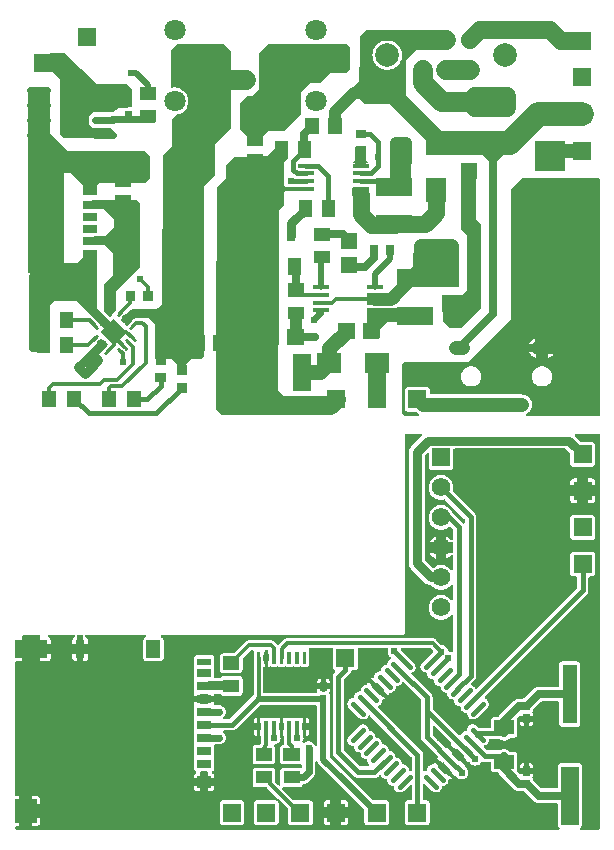
<source format=gtl>
G04 Layer: TopLayer*
G04 EasyEDA v6.4.30, 2022-01-21 15:04:52*
G04 c46cb3ee090d4a1eb143410c139ed502,dc6f5eff9a9d40dcab93570daa8facdf,10*
G04 Gerber Generator version 0.2*
G04 Scale: 100 percent, Rotated: No, Reflected: No *
G04 Dimensions in millimeters *
G04 leading zeros omitted , absolute positions ,4 integer and 5 decimal *
%FSLAX45Y45*%
%MOMM*%

%ADD11C,1.0000*%
%ADD12C,1.2000*%
%ADD13C,0.8000*%
%ADD14C,0.7000*%
%ADD15C,1.1000*%
%ADD16C,0.5000*%
%ADD17C,0.4000*%
%ADD18C,1.4000*%
%ADD19C,0.4500*%
%ADD20C,0.3500*%
%ADD21C,2.0000*%
%ADD22C,1.5000*%
%ADD23C,1.3000*%
%ADD24C,1.7000*%
%ADD25C,0.3000*%
%ADD26C,1.6000*%
%ADD27C,0.6000*%
%ADD28C,0.5500*%
%ADD29C,0.2800*%
%ADD30C,0.5740*%
%ADD31C,0.6096*%
%ADD32R,0.9000X0.8000*%
%ADD33R,0.8000X0.9000*%
%ADD34R,1.7010X1.2075*%
%ADD35R,1.3005X1.3995*%
%ADD36R,0.8640X0.8065*%
%ADD38R,1.3770X1.1325*%
%ADD40R,1.3500X1.4100*%
%ADD41R,2.5000X2.5000*%
%ADD42R,1.2000X0.9000*%
%ADD43R,1.2000X0.8000*%
%ADD44R,1.2000X0.7000*%
%ADD45R,0.5400X0.7901*%
%ADD49R,1.2000X1.0000*%
%ADD50R,1.9000X2.0000*%
%ADD51R,2.8000X1.5000*%
%ADD52R,0.8000X1.5000*%
%ADD53R,1.2000X1.5000*%
%ADD54R,1.2000X0.6000*%
%ADD55R,1.8000X2.0000*%
%ADD56R,2.0000X1.8000*%
%ADD57R,3.1320X1.4850*%
%ADD60R,1.3970X0.4060*%
%ADD61R,1.5000X5.0000*%
%ADD62R,1.3000X5.0000*%
%ADD63R,1.5748X1.5748*%
%ADD64C,1.8000*%
%ADD65C,1.5240*%
%ADD66C,1.5748*%

%LPD*%
G36*
X3694226Y8504986D02*
G01*
X3690315Y8505748D01*
X3687013Y8507933D01*
X3677970Y8517026D01*
X3675786Y8520328D01*
X3674973Y8524189D01*
X3674973Y8795766D01*
X3675786Y8799677D01*
X3677970Y8802979D01*
X3697020Y8822029D01*
X3700322Y8824214D01*
X3704183Y8824976D01*
X3709924Y8825179D01*
X3710686Y8825687D01*
X3736746Y8851696D01*
X3740353Y8854033D01*
X3744620Y8854643D01*
X4020515Y8835644D01*
X4024223Y8834678D01*
X4027271Y8832443D01*
X4029303Y8829243D01*
X4030014Y8825484D01*
X4030014Y8515146D01*
X4029201Y8511235D01*
X4027017Y8507933D01*
X4023715Y8505748D01*
X4019854Y8504986D01*
G37*

%LPC*%
G36*
X3874973Y8559088D02*
G01*
X3890162Y8560003D01*
X3905097Y8562746D01*
X3919626Y8567267D01*
X3933494Y8573516D01*
X3946499Y8581390D01*
X3958488Y8590737D01*
X3969207Y8601506D01*
X3978605Y8613495D01*
X3986479Y8626500D01*
X3992676Y8640368D01*
X3997248Y8654846D01*
X3999941Y8669832D01*
X4000906Y8684971D01*
X3999941Y8700160D01*
X3997248Y8715095D01*
X3992676Y8729624D01*
X3986479Y8743492D01*
X3978605Y8756497D01*
X3969207Y8768486D01*
X3958488Y8779205D01*
X3946499Y8788603D01*
X3933494Y8796477D01*
X3919626Y8802674D01*
X3905097Y8807246D01*
X3890162Y8809939D01*
X3874973Y8810904D01*
X3859834Y8809939D01*
X3844848Y8807246D01*
X3830370Y8802674D01*
X3816502Y8796477D01*
X3803497Y8788603D01*
X3791508Y8779205D01*
X3780739Y8768486D01*
X3771392Y8756497D01*
X3763518Y8743492D01*
X3757269Y8729624D01*
X3752748Y8715095D01*
X3750005Y8700160D01*
X3749090Y8684971D01*
X3750005Y8669832D01*
X3752748Y8654846D01*
X3757269Y8640368D01*
X3763518Y8626500D01*
X3771392Y8613495D01*
X3780739Y8601506D01*
X3791508Y8590737D01*
X3803497Y8581390D01*
X3816502Y8573516D01*
X3830370Y8567267D01*
X3844848Y8562746D01*
X3859834Y8560003D01*
G37*

%LPD*%
G36*
X2384196Y8149996D02*
G01*
X2380335Y8150758D01*
X2377033Y8152942D01*
X2360726Y8169300D01*
X2358999Y8169960D01*
X2126742Y8169960D01*
X2122830Y8170773D01*
X2119528Y8173008D01*
X2117293Y8176310D01*
X2116582Y8180222D01*
X2117394Y8184134D01*
X2119630Y8187436D01*
X2137105Y8197138D01*
X2148840Y8205673D01*
X2159457Y8215630D01*
X2168753Y8226856D01*
X2176526Y8239150D01*
X2182723Y8252307D01*
X2187244Y8266175D01*
X2189988Y8280450D01*
X2190902Y8294979D01*
X2189988Y8309508D01*
X2187244Y8323783D01*
X2182723Y8337651D01*
X2176526Y8350808D01*
X2168753Y8363102D01*
X2159457Y8374329D01*
X2148840Y8384286D01*
X2137105Y8392820D01*
X2124354Y8399830D01*
X2110790Y8405215D01*
X2096719Y8408822D01*
X2082292Y8410651D01*
X2067712Y8410651D01*
X2052675Y8408670D01*
X2049018Y8408416D01*
X2045462Y8409482D01*
X2042566Y8411718D01*
X2040686Y8414867D01*
X2039975Y8418525D01*
X2039975Y8472068D01*
X2040940Y8476437D01*
X2043684Y8479942D01*
X2047646Y8481923D01*
X2173935Y8514130D01*
X2176424Y8514435D01*
X2230526Y8514435D01*
X2230526Y8520684D01*
X2231491Y8525002D01*
X2234234Y8528507D01*
X2238197Y8530488D01*
X2306777Y8547963D01*
X2310434Y8548217D01*
X2313940Y8547150D01*
X2316886Y8544915D01*
X2318766Y8541766D01*
X2319426Y8538159D01*
X2319426Y8514435D01*
X2366772Y8514435D01*
X2366111Y8516010D01*
X2359152Y8527745D01*
X2350719Y8538464D01*
X2346807Y8542223D01*
X2344470Y8545779D01*
X2343759Y8549995D01*
X2344826Y8554110D01*
X2347569Y8557463D01*
X2351379Y8559342D01*
X2537307Y8606739D01*
X2541016Y8606993D01*
X2544521Y8605926D01*
X2547416Y8603691D01*
X2549347Y8600541D01*
X2550007Y8596884D01*
X2550007Y8174177D01*
X2549245Y8170316D01*
X2547010Y8167014D01*
X2532989Y8152942D01*
X2529687Y8150758D01*
X2525776Y8149996D01*
G37*

%LPC*%
G36*
X2319426Y8378190D02*
G01*
X2329942Y8383930D01*
X2340914Y8392007D01*
X2350719Y8401507D01*
X2359152Y8412226D01*
X2366111Y8423960D01*
X2366772Y8425535D01*
X2319426Y8425535D01*
G37*
G36*
X2230526Y8378342D02*
G01*
X2230526Y8425535D01*
X2183333Y8425535D01*
X2187143Y8417966D01*
X2194864Y8406739D01*
X2204008Y8396579D01*
X2214422Y8387791D01*
X2225954Y8380475D01*
G37*

%LPD*%
G36*
X4034231Y5630011D02*
G01*
X4030319Y5630773D01*
X4027017Y5632958D01*
X4002989Y5657037D01*
X4000754Y5660339D01*
X3999992Y5664200D01*
X3999992Y6065774D01*
X4000754Y6069685D01*
X4002989Y6072987D01*
X4017010Y6087008D01*
X4020312Y6089243D01*
X4024223Y6090005D01*
X4569002Y6090005D01*
X4570730Y6090716D01*
X4919319Y6439306D01*
X4919980Y6440982D01*
X4919980Y7545781D01*
X4920792Y7549692D01*
X4922977Y7552994D01*
X5007051Y7637018D01*
X5010302Y7639253D01*
X5014214Y7640015D01*
X5663946Y7640015D01*
X5667806Y7639253D01*
X5671108Y7637018D01*
X5673344Y7633716D01*
X5674106Y7629855D01*
X5674106Y5640171D01*
X5673344Y5636260D01*
X5671108Y5632958D01*
X5667806Y5630773D01*
X5663946Y5630011D01*
X5059578Y5630011D01*
X5055260Y5630976D01*
X5051755Y5633720D01*
X5049723Y5637631D01*
X5049621Y5642102D01*
X5051399Y5646166D01*
X5054701Y5649061D01*
X5061407Y5652719D01*
X5071211Y5660085D01*
X5079898Y5668772D01*
X5087264Y5678576D01*
X5093106Y5689295D01*
X5097373Y5700776D01*
X5100015Y5712764D01*
X5100878Y5725007D01*
X5100015Y5737199D01*
X5097373Y5749188D01*
X5093106Y5760669D01*
X5087264Y5771438D01*
X5079898Y5781243D01*
X5071211Y5789879D01*
X5061407Y5797245D01*
X5050688Y5803087D01*
X5039207Y5807405D01*
X5027218Y5809996D01*
X5014620Y5810910D01*
X4244797Y5810910D01*
X4240936Y5811672D01*
X4237634Y5813856D01*
X4235399Y5817158D01*
X4234637Y5821070D01*
X4234637Y5848146D01*
X4233926Y5854496D01*
X4231995Y5859932D01*
X4228947Y5864860D01*
X4224832Y5868924D01*
X4219956Y5872022D01*
X4214469Y5873902D01*
X4208170Y5874613D01*
X4051808Y5874613D01*
X4045508Y5873902D01*
X4040022Y5872022D01*
X4035145Y5868924D01*
X4031030Y5864860D01*
X4027982Y5859932D01*
X4026052Y5854496D01*
X4025341Y5848146D01*
X4025341Y5691835D01*
X4026052Y5685485D01*
X4027982Y5680049D01*
X4031030Y5675122D01*
X4035145Y5671058D01*
X4040022Y5667959D01*
X4045508Y5666028D01*
X4051808Y5665317D01*
X4114241Y5665317D01*
X4118051Y5664606D01*
X4121353Y5662422D01*
X4123842Y5659983D01*
X4128515Y5656224D01*
X4133494Y5652770D01*
X4140047Y5648960D01*
X4143298Y5645962D01*
X4144975Y5641898D01*
X4144772Y5637530D01*
X4142740Y5633618D01*
X4139234Y5630976D01*
X4134967Y5630011D01*
G37*

%LPC*%
G36*
X5185003Y5879084D02*
G01*
X5197246Y5879998D01*
X5209184Y5882589D01*
X5220665Y5886856D01*
X5231434Y5892749D01*
X5241239Y5900064D01*
X5249926Y5908751D01*
X5257241Y5918555D01*
X5263134Y5929325D01*
X5267401Y5940806D01*
X5269992Y5952744D01*
X5270906Y5964986D01*
X5269992Y5977229D01*
X5267401Y5989167D01*
X5263134Y6000648D01*
X5257241Y6011418D01*
X5249926Y6021222D01*
X5241239Y6029909D01*
X5231434Y6037224D01*
X5220665Y6043117D01*
X5209184Y6047384D01*
X5197246Y6049975D01*
X5185003Y6050889D01*
X5172760Y6049975D01*
X5160822Y6047384D01*
X5149342Y6043117D01*
X5138572Y6037224D01*
X5128768Y6029909D01*
X5120081Y6021222D01*
X5112766Y6011418D01*
X5106873Y6000648D01*
X5102606Y5989167D01*
X5100015Y5977229D01*
X5099100Y5964986D01*
X5100015Y5952744D01*
X5102606Y5940806D01*
X5106873Y5929325D01*
X5112766Y5918555D01*
X5120081Y5908751D01*
X5128768Y5900064D01*
X5138572Y5892749D01*
X5149342Y5886856D01*
X5160822Y5882589D01*
X5172760Y5879998D01*
G37*
G36*
X4585004Y5879084D02*
G01*
X4597247Y5879998D01*
X4609185Y5882589D01*
X4620666Y5886856D01*
X4631436Y5892749D01*
X4641240Y5900064D01*
X4649927Y5908751D01*
X4657242Y5918555D01*
X4663135Y5929325D01*
X4667402Y5940806D01*
X4669993Y5952744D01*
X4670907Y5964986D01*
X4669993Y5977229D01*
X4667402Y5989167D01*
X4663135Y6000648D01*
X4657242Y6011418D01*
X4649927Y6021222D01*
X4641240Y6029909D01*
X4631436Y6037224D01*
X4620666Y6043117D01*
X4609185Y6047384D01*
X4597247Y6049975D01*
X4585004Y6050889D01*
X4572762Y6049975D01*
X4560824Y6047384D01*
X4549343Y6043117D01*
X4538573Y6037224D01*
X4528769Y6029909D01*
X4520082Y6021222D01*
X4512767Y6011418D01*
X4506874Y6000648D01*
X4502607Y5989167D01*
X4500016Y5977229D01*
X4499102Y5964986D01*
X4500016Y5952744D01*
X4502607Y5940806D01*
X4506874Y5929325D01*
X4512767Y5918555D01*
X4520082Y5908751D01*
X4528769Y5900064D01*
X4538573Y5892749D01*
X4549343Y5886856D01*
X4560824Y5882589D01*
X4572762Y5879998D01*
G37*
G36*
X5236362Y6121958D02*
G01*
X5239207Y6122568D01*
X5250688Y6126886D01*
X5261406Y6132728D01*
X5271211Y6140094D01*
X5279898Y6148730D01*
X5287264Y6158534D01*
X5292750Y6168644D01*
X5236362Y6168644D01*
G37*
G36*
X5133644Y6121958D02*
G01*
X5133644Y6168644D01*
X5077256Y6168644D01*
X5082743Y6158534D01*
X5090109Y6148730D01*
X5098745Y6140094D01*
X5108549Y6132728D01*
X5119319Y6126886D01*
X5130800Y6122568D01*
G37*
G36*
X5236362Y6241338D02*
G01*
X5292750Y6241338D01*
X5287264Y6251397D01*
X5281726Y6258763D01*
X5236362Y6258763D01*
G37*
G36*
X5077256Y6241338D02*
G01*
X5133644Y6241338D01*
X5133644Y6300266D01*
X5134356Y6303975D01*
X5136388Y6307175D01*
X5139436Y6309410D01*
X5143093Y6310376D01*
X5154980Y6311239D01*
X5181142Y6311239D01*
X5181142Y6361125D01*
X5099100Y6361125D01*
X5099100Y6305550D01*
X5099812Y6299250D01*
X5101691Y6293764D01*
X5107127Y6285230D01*
X5107736Y6280962D01*
X5106517Y6276848D01*
X5103672Y6273596D01*
X5098745Y6269888D01*
X5090109Y6261252D01*
X5082743Y6251397D01*
G37*
G36*
X5318861Y6279083D02*
G01*
X5374436Y6279083D01*
X5380736Y6279794D01*
X5386222Y6281724D01*
X5391099Y6284772D01*
X5395214Y6288887D01*
X5398262Y6293764D01*
X5400192Y6299250D01*
X5400903Y6305550D01*
X5400903Y6361125D01*
X5318861Y6361125D01*
G37*
G36*
X5099100Y6498844D02*
G01*
X5181142Y6498844D01*
X5181142Y6580886D01*
X5125567Y6580886D01*
X5119217Y6580174D01*
X5113782Y6578295D01*
X5108854Y6575196D01*
X5104790Y6571132D01*
X5101691Y6566204D01*
X5099812Y6560769D01*
X5099100Y6554419D01*
G37*
G36*
X5318861Y6498844D02*
G01*
X5400903Y6498844D01*
X5400903Y6554419D01*
X5400192Y6560769D01*
X5398262Y6566204D01*
X5395214Y6571132D01*
X5391099Y6575196D01*
X5386222Y6578295D01*
X5380736Y6580174D01*
X5374436Y6580886D01*
X5318861Y6580886D01*
G37*

%LPD*%
G36*
X5516168Y2125776D02*
G01*
X5511901Y2126742D01*
X5508447Y2129332D01*
X5506415Y2133142D01*
X5506110Y2137460D01*
X5507634Y2141524D01*
X5515203Y2148890D01*
X5518251Y2153767D01*
X5520182Y2159203D01*
X5520893Y2165553D01*
X5520893Y2664409D01*
X5520182Y2670708D01*
X5518251Y2676194D01*
X5515203Y2681071D01*
X5511088Y2685186D01*
X5506212Y2688285D01*
X5500725Y2690164D01*
X5494426Y2690876D01*
X5345531Y2690876D01*
X5339232Y2690164D01*
X5333746Y2688285D01*
X5328869Y2685186D01*
X5324754Y2681071D01*
X5321706Y2676194D01*
X5319776Y2670708D01*
X5319064Y2664409D01*
X5319064Y2486050D01*
X5318302Y2482138D01*
X5316118Y2478836D01*
X5312816Y2476652D01*
X5308904Y2475890D01*
X5184902Y2475890D01*
X5181041Y2476652D01*
X5177739Y2478836D01*
X5110886Y2545740D01*
X5108651Y2549042D01*
X5107178Y2560726D01*
X5105095Y2566619D01*
X5104536Y2569972D01*
X5105095Y2573324D01*
X5107178Y2579217D01*
X5107889Y2585567D01*
X5107889Y2598369D01*
X5074818Y2598369D01*
X5074818Y2591054D01*
X5074056Y2587142D01*
X5071872Y2583891D01*
X5068570Y2581656D01*
X5064658Y2580894D01*
X5045303Y2580894D01*
X5041392Y2581656D01*
X5038090Y2583891D01*
X5035905Y2587142D01*
X5035143Y2591054D01*
X5035143Y2598369D01*
X5001920Y2598369D01*
X4998059Y2599182D01*
X4994757Y2601366D01*
X4977231Y2618841D01*
X4975098Y2621991D01*
X4974285Y2625648D01*
X4975352Y2630881D01*
X4976063Y2637180D01*
X4976063Y2756814D01*
X4975352Y2763113D01*
X4973421Y2768600D01*
X4970373Y2773476D01*
X4966258Y2777591D01*
X4961382Y2780639D01*
X4955895Y2782570D01*
X4949596Y2783281D01*
X4919726Y2783281D01*
X4915662Y2784144D01*
X4912258Y2786532D01*
X4906213Y2793136D01*
X4898288Y2799283D01*
X4889449Y2804109D01*
X4879949Y2807360D01*
X4869992Y2808986D01*
X4859934Y2808986D01*
X4850028Y2807360D01*
X4840528Y2804109D01*
X4828235Y2797302D01*
X4824933Y2796743D01*
X4723739Y2796743D01*
X4719828Y2797505D01*
X4716526Y2799740D01*
X4693005Y2823260D01*
X4690668Y2826867D01*
X4690059Y2831084D01*
X4691227Y2835249D01*
X4694021Y2838500D01*
X4697882Y2840329D01*
X4699711Y2840786D01*
X4707839Y2844393D01*
X4715205Y2849422D01*
X4721555Y2855722D01*
X4726584Y2863088D01*
X4730191Y2871266D01*
X4732223Y2879953D01*
X4732375Y2883509D01*
X4733290Y2887268D01*
X4735525Y2890418D01*
X4738776Y2892501D01*
X4742535Y2893212D01*
X4824933Y2893212D01*
X4828235Y2892653D01*
X4840528Y2885846D01*
X4850028Y2882595D01*
X4859934Y2880969D01*
X4869992Y2880969D01*
X4879949Y2882595D01*
X4889449Y2885846D01*
X4898288Y2890672D01*
X4906213Y2896819D01*
X4912055Y2903169D01*
X4915458Y2905607D01*
X4919522Y2906471D01*
X4949596Y2906471D01*
X4955895Y2907182D01*
X4961382Y2909062D01*
X4966258Y2912160D01*
X4970373Y2916275D01*
X4973421Y2921152D01*
X4975352Y2926638D01*
X4976063Y2932938D01*
X4976063Y3052572D01*
X4975352Y3058871D01*
X4973472Y3064205D01*
X4972913Y3067964D01*
X4973777Y3071622D01*
X4975910Y3074771D01*
X4989728Y3088589D01*
X4993030Y3090824D01*
X4996942Y3091586D01*
X5035143Y3091586D01*
X5035143Y3098901D01*
X5035905Y3102813D01*
X5038090Y3106115D01*
X5041392Y3108299D01*
X5045303Y3109061D01*
X5064658Y3109061D01*
X5068570Y3108299D01*
X5071872Y3106115D01*
X5074056Y3102813D01*
X5074818Y3098901D01*
X5074818Y3091586D01*
X5107889Y3091586D01*
X5107889Y3104388D01*
X5107178Y3110738D01*
X5105095Y3116630D01*
X5104536Y3119983D01*
X5105095Y3123336D01*
X5107178Y3129229D01*
X5107889Y3137052D01*
X5108651Y3140964D01*
X5110886Y3144215D01*
X5177739Y3211118D01*
X5181041Y3213303D01*
X5184902Y3214065D01*
X5318912Y3214065D01*
X5322824Y3213303D01*
X5326075Y3211118D01*
X5328310Y3207816D01*
X5329072Y3203905D01*
X5329072Y3025546D01*
X5329783Y3019247D01*
X5331714Y3013760D01*
X5334762Y3008884D01*
X5338876Y3004769D01*
X5343753Y3001721D01*
X5349240Y2999790D01*
X5355539Y2999079D01*
X5484418Y2999079D01*
X5490718Y2999790D01*
X5496204Y3001721D01*
X5501081Y3004769D01*
X5505196Y3008884D01*
X5508244Y3013760D01*
X5510174Y3019247D01*
X5510885Y3025546D01*
X5510885Y3524402D01*
X5510174Y3530752D01*
X5508244Y3536187D01*
X5505196Y3541115D01*
X5501081Y3545179D01*
X5496204Y3548278D01*
X5490718Y3550158D01*
X5484418Y3550869D01*
X5355539Y3550869D01*
X5349240Y3550158D01*
X5343753Y3548278D01*
X5338876Y3545179D01*
X5334762Y3541115D01*
X5331714Y3536187D01*
X5329783Y3530752D01*
X5329072Y3524402D01*
X5329072Y3346043D01*
X5328310Y3342182D01*
X5326075Y3338880D01*
X5322824Y3336645D01*
X5318912Y3335883D01*
X5155793Y3335883D01*
X5147767Y3335375D01*
X5145684Y3335070D01*
X5135930Y3332683D01*
X5128564Y3329635D01*
X5126685Y3328670D01*
X5119928Y3324453D01*
X5112207Y3317849D01*
X5037226Y3242868D01*
X5033924Y3240684D01*
X5022240Y3239211D01*
X5013655Y3235807D01*
X5010861Y3235401D01*
X4989779Y3235401D01*
X4981752Y3234893D01*
X4979670Y3234588D01*
X4971897Y3232810D01*
X4962550Y3229102D01*
X4960670Y3228136D01*
X4953914Y3223920D01*
X4946192Y3217316D01*
X4822139Y3093262D01*
X4816957Y3087420D01*
X4814316Y3083509D01*
X4812080Y3081121D01*
X4809134Y3079546D01*
X4805883Y3079038D01*
X4780635Y3079038D01*
X4774285Y3078327D01*
X4768850Y3076397D01*
X4763922Y3073298D01*
X4759858Y3069234D01*
X4756759Y3064306D01*
X4754880Y3058871D01*
X4754168Y3052572D01*
X4754168Y3000197D01*
X4753356Y2996285D01*
X4751171Y2992983D01*
X4747869Y2990799D01*
X4744008Y2990037D01*
X4654956Y2990037D01*
X4650232Y2990545D01*
X4646472Y2992932D01*
X4634026Y3005378D01*
X4626813Y3011373D01*
X4618990Y3015742D01*
X4610557Y3018536D01*
X4601718Y3019806D01*
X4592777Y3019399D01*
X4584090Y3017316D01*
X4575911Y3013710D01*
X4568596Y3008680D01*
X4562246Y3002381D01*
X4557217Y2995015D01*
X4553610Y2986836D01*
X4551578Y2978150D01*
X4551324Y2972765D01*
X4550460Y2969107D01*
X4548378Y2966008D01*
X4545279Y2963926D01*
X4541621Y2963062D01*
X4536236Y2962808D01*
X4527550Y2960776D01*
X4519371Y2957169D01*
X4512005Y2952140D01*
X4505706Y2945790D01*
X4500626Y2938424D01*
X4498695Y2934004D01*
X4496460Y2930753D01*
X4493158Y2928670D01*
X4489297Y2927959D01*
X4485436Y2928721D01*
X4482185Y2930906D01*
X4261358Y3151733D01*
X4259173Y3155035D01*
X4258411Y3158947D01*
X4258360Y3249726D01*
X4257040Y3258921D01*
X4254246Y3267354D01*
X4249877Y3275177D01*
X4243882Y3282391D01*
X4082491Y3443782D01*
X4080306Y3447034D01*
X4079544Y3450844D01*
X4080256Y3454704D01*
X4082389Y3458006D01*
X4085590Y3460242D01*
X4090009Y3462223D01*
X4097375Y3467252D01*
X4103674Y3473551D01*
X4108754Y3480917D01*
X4112361Y3489096D01*
X4114393Y3497783D01*
X4114800Y3506724D01*
X4113580Y3515563D01*
X4110736Y3523996D01*
X4106367Y3531819D01*
X4100372Y3539032D01*
X4016197Y3623208D01*
X4010406Y3628085D01*
X3991813Y3646678D01*
X3989628Y3649929D01*
X3988866Y3653840D01*
X3989628Y3657752D01*
X3991813Y3661003D01*
X3995115Y3663238D01*
X3999026Y3664000D01*
X4240733Y3664000D01*
X4244644Y3663238D01*
X4247946Y3661054D01*
X4262577Y3646424D01*
X4264812Y3643122D01*
X4265574Y3639261D01*
X4264812Y3635349D01*
X4262577Y3632047D01*
X4170476Y3539947D01*
X4164482Y3532682D01*
X4160164Y3524910D01*
X4157319Y3516426D01*
X4156049Y3507587D01*
X4156506Y3498697D01*
X4158538Y3490010D01*
X4162145Y3481832D01*
X4167174Y3474465D01*
X4173474Y3468166D01*
X4180840Y3463137D01*
X4189018Y3459530D01*
X4197705Y3457448D01*
X4203141Y3457194D01*
X4206748Y3456381D01*
X4209846Y3454247D01*
X4211929Y3451148D01*
X4212793Y3447542D01*
X4213047Y3442106D01*
X4215079Y3433419D01*
X4218686Y3425240D01*
X4223766Y3417925D01*
X4230065Y3411575D01*
X4237431Y3406546D01*
X4245610Y3402939D01*
X4254296Y3400907D01*
X4259681Y3400653D01*
X4263339Y3399790D01*
X4266387Y3397656D01*
X4268520Y3394608D01*
X4269384Y3390950D01*
X4269638Y3385565D01*
X4271670Y3376879D01*
X4275277Y3368700D01*
X4280306Y3361334D01*
X4286605Y3355035D01*
X4293971Y3349955D01*
X4302150Y3346348D01*
X4310837Y3344316D01*
X4316272Y3344062D01*
X4319879Y3343198D01*
X4322978Y3341115D01*
X4325061Y3338017D01*
X4325924Y3334410D01*
X4326178Y3328974D01*
X4328210Y3320287D01*
X4331817Y3312109D01*
X4336897Y3304743D01*
X4343196Y3298444D01*
X4350562Y3293414D01*
X4358741Y3289808D01*
X4367428Y3287776D01*
X4372813Y3287522D01*
X4376470Y3286658D01*
X4379569Y3284524D01*
X4381652Y3281476D01*
X4382516Y3277819D01*
X4382770Y3272383D01*
X4384802Y3263696D01*
X4388408Y3255568D01*
X4393438Y3248202D01*
X4399788Y3241903D01*
X4407103Y3236823D01*
X4415282Y3233216D01*
X4423968Y3231184D01*
X4429404Y3230930D01*
X4433011Y3230067D01*
X4436110Y3227984D01*
X4438243Y3224885D01*
X4439056Y3221278D01*
X4439310Y3215843D01*
X4441393Y3207156D01*
X4445000Y3198977D01*
X4450029Y3191611D01*
X4456328Y3185312D01*
X4463694Y3180283D01*
X4471873Y3176676D01*
X4480560Y3174644D01*
X4485944Y3174390D01*
X4489602Y3173526D01*
X4492701Y3171393D01*
X4494784Y3168345D01*
X4495647Y3164687D01*
X4495901Y3159252D01*
X4497933Y3150565D01*
X4501540Y3142437D01*
X4506569Y3135071D01*
X4512919Y3128721D01*
X4520285Y3123692D01*
X4528413Y3120085D01*
X4537100Y3118053D01*
X4542536Y3117799D01*
X4546193Y3116935D01*
X4549241Y3114852D01*
X4551375Y3111754D01*
X4552238Y3108147D01*
X4552492Y3102711D01*
X4554524Y3094024D01*
X4558131Y3085846D01*
X4563160Y3078480D01*
X4569460Y3072180D01*
X4576826Y3067151D01*
X4585004Y3063544D01*
X4593691Y3061462D01*
X4602581Y3061055D01*
X4611420Y3062325D01*
X4619904Y3065119D01*
X4627676Y3069488D01*
X4634941Y3075482D01*
X4719116Y3159658D01*
X4725111Y3166922D01*
X4729480Y3174695D01*
X4732324Y3183178D01*
X4733544Y3192018D01*
X4733137Y3200908D01*
X4731054Y3209594D01*
X4727498Y3217773D01*
X4722418Y3225139D01*
X4716119Y3231438D01*
X4708753Y3236468D01*
X4704334Y3238449D01*
X4701133Y3240684D01*
X4699000Y3243986D01*
X4698288Y3247847D01*
X4699050Y3251657D01*
X4701235Y3254908D01*
X5565495Y4119270D01*
X5571083Y4126636D01*
X5575096Y4134662D01*
X5577535Y4143248D01*
X5578398Y4152595D01*
X5578398Y4260189D01*
X5579160Y4264050D01*
X5581345Y4267352D01*
X5584647Y4269536D01*
X5588558Y4270349D01*
X5608167Y4270349D01*
X5614466Y4271060D01*
X5619953Y4272940D01*
X5624830Y4276039D01*
X5628944Y4280103D01*
X5631992Y4285030D01*
X5633923Y4290466D01*
X5634634Y4296816D01*
X5634634Y4453128D01*
X5633923Y4459478D01*
X5631992Y4464913D01*
X5628944Y4469841D01*
X5624830Y4473905D01*
X5619953Y4477004D01*
X5614466Y4478934D01*
X5608167Y4479645D01*
X5451805Y4479645D01*
X5445506Y4478934D01*
X5440019Y4477004D01*
X5435142Y4473905D01*
X5431028Y4469841D01*
X5427980Y4464913D01*
X5426049Y4459478D01*
X5425338Y4453128D01*
X5425338Y4296816D01*
X5426049Y4290466D01*
X5427980Y4285030D01*
X5431028Y4280103D01*
X5435142Y4276039D01*
X5440019Y4272940D01*
X5445506Y4271060D01*
X5451805Y4270349D01*
X5471414Y4270349D01*
X5475274Y4269536D01*
X5478576Y4267352D01*
X5480812Y4264050D01*
X5481574Y4260189D01*
X5481574Y4176369D01*
X5480812Y4172508D01*
X5478576Y4169206D01*
X4632756Y3323386D01*
X4629505Y3321202D01*
X4625695Y3320389D01*
X4621834Y3321151D01*
X4618532Y3323234D01*
X4616297Y3326485D01*
X4614316Y3330905D01*
X4609287Y3338271D01*
X4602988Y3344570D01*
X4595622Y3349650D01*
X4591151Y3351580D01*
X4587951Y3353815D01*
X4585817Y3357118D01*
X4585106Y3360978D01*
X4585919Y3364839D01*
X4588103Y3368090D01*
X4615383Y3395421D01*
X4620971Y3402837D01*
X4624984Y3410813D01*
X4627422Y3419398D01*
X4628286Y3428746D01*
X4628235Y4775860D01*
X4626965Y4785055D01*
X4624120Y4793538D01*
X4619752Y4801311D01*
X4613757Y4808575D01*
X4433925Y4988407D01*
X4431995Y4991100D01*
X4431030Y4994249D01*
X4431131Y4997551D01*
X4433671Y5010251D01*
X4434535Y5023916D01*
X4433671Y5037582D01*
X4430979Y5050993D01*
X4426610Y5063947D01*
X4420514Y5076240D01*
X4412945Y5087620D01*
X4403902Y5097932D01*
X4393641Y5106924D01*
X4382262Y5114544D01*
X4369968Y5120589D01*
X4357014Y5125008D01*
X4343603Y5127650D01*
X4329938Y5128564D01*
X4316272Y5127650D01*
X4302861Y5125008D01*
X4289907Y5120589D01*
X4277614Y5114544D01*
X4266234Y5106924D01*
X4255973Y5097932D01*
X4246930Y5087620D01*
X4239310Y5076240D01*
X4233265Y5063947D01*
X4228846Y5050993D01*
X4226204Y5037582D01*
X4225290Y5023916D01*
X4226204Y5010251D01*
X4228846Y4996840D01*
X4233265Y4983886D01*
X4239310Y4971643D01*
X4246930Y4960264D01*
X4255973Y4949952D01*
X4266234Y4940909D01*
X4277614Y4933340D01*
X4289907Y4927295D01*
X4302861Y4922875D01*
X4316272Y4920183D01*
X4329938Y4919319D01*
X4343603Y4920183D01*
X4356303Y4922723D01*
X4359605Y4922824D01*
X4362754Y4921859D01*
X4365447Y4919929D01*
X4528464Y4756912D01*
X4530699Y4753610D01*
X4531461Y4749749D01*
X4531461Y4726686D01*
X4530699Y4722774D01*
X4528464Y4719472D01*
X4525213Y4717288D01*
X4521301Y4716526D01*
X4517440Y4717288D01*
X4514138Y4719472D01*
X4429912Y4803394D01*
X4427474Y4807356D01*
X4426610Y4809947D01*
X4420514Y4822240D01*
X4412945Y4833620D01*
X4403902Y4843932D01*
X4393641Y4852924D01*
X4382262Y4860544D01*
X4369968Y4866589D01*
X4357014Y4871008D01*
X4343603Y4873650D01*
X4329938Y4874564D01*
X4316272Y4873650D01*
X4302861Y4871008D01*
X4289907Y4866589D01*
X4277614Y4860544D01*
X4266234Y4852924D01*
X4255973Y4843932D01*
X4246930Y4833620D01*
X4239310Y4822240D01*
X4233265Y4809947D01*
X4228846Y4796993D01*
X4226204Y4783582D01*
X4225290Y4769916D01*
X4226204Y4756251D01*
X4228846Y4742840D01*
X4233265Y4729886D01*
X4239310Y4717643D01*
X4246930Y4706264D01*
X4255973Y4695952D01*
X4266234Y4686909D01*
X4277614Y4679340D01*
X4289907Y4673295D01*
X4302861Y4668875D01*
X4316272Y4666183D01*
X4329938Y4665319D01*
X4343603Y4666183D01*
X4357014Y4668875D01*
X4369968Y4673295D01*
X4382262Y4679340D01*
X4393641Y4686909D01*
X4395012Y4688128D01*
X4398264Y4690059D01*
X4402023Y4690668D01*
X4405731Y4689805D01*
X4408881Y4687671D01*
X4428642Y4667961D01*
X4430877Y4664659D01*
X4431639Y4660798D01*
X4431639Y4585157D01*
X4430725Y4580940D01*
X4428185Y4577486D01*
X4424426Y4575403D01*
X4420158Y4575048D01*
X4416094Y4576521D01*
X4412945Y4579620D01*
X4403902Y4589932D01*
X4393641Y4598924D01*
X4382262Y4606544D01*
X4375658Y4609795D01*
X4375658Y4561636D01*
X4421479Y4561636D01*
X4425340Y4560874D01*
X4428642Y4558690D01*
X4430877Y4555388D01*
X4431639Y4551476D01*
X4431639Y4480356D01*
X4430877Y4476496D01*
X4428642Y4473194D01*
X4425340Y4471009D01*
X4421479Y4470196D01*
X4375658Y4470196D01*
X4375658Y4422089D01*
X4382262Y4425340D01*
X4393641Y4432909D01*
X4403902Y4441952D01*
X4413046Y4452366D01*
X4416094Y4455363D01*
X4420158Y4456785D01*
X4424426Y4456430D01*
X4428185Y4454347D01*
X4430725Y4450943D01*
X4431639Y4446727D01*
X4431639Y4331157D01*
X4430725Y4326940D01*
X4428185Y4323486D01*
X4424426Y4321403D01*
X4420158Y4321048D01*
X4416094Y4322521D01*
X4412945Y4325620D01*
X4403902Y4335932D01*
X4393641Y4344924D01*
X4382262Y4352544D01*
X4369968Y4358589D01*
X4357014Y4363008D01*
X4343603Y4365650D01*
X4329938Y4366564D01*
X4316272Y4365650D01*
X4302861Y4363008D01*
X4289907Y4358589D01*
X4277614Y4352544D01*
X4266539Y4345127D01*
X4263390Y4343755D01*
X4259884Y4343501D01*
X4256532Y4344416D01*
X4253738Y4346397D01*
X4193895Y4406239D01*
X4191660Y4409541D01*
X4190898Y4413453D01*
X4190898Y5293461D01*
X4191660Y5297373D01*
X4193895Y5300675D01*
X4207916Y5314746D01*
X4211218Y5316931D01*
X4215130Y5317693D01*
X4218990Y5316931D01*
X4222292Y5314746D01*
X4224528Y5311444D01*
X4225290Y5307533D01*
X4225290Y5199786D01*
X4226001Y5193436D01*
X4227880Y5188000D01*
X4230979Y5183073D01*
X4235094Y5179009D01*
X4239971Y5175910D01*
X4245457Y5173980D01*
X4251756Y5173268D01*
X4408119Y5173268D01*
X4414418Y5173980D01*
X4419904Y5175910D01*
X4424781Y5179009D01*
X4428896Y5183073D01*
X4431944Y5188000D01*
X4433874Y5193436D01*
X4434586Y5199786D01*
X4434586Y5343906D01*
X4435348Y5347817D01*
X4437532Y5351119D01*
X4440834Y5353304D01*
X4444746Y5354066D01*
X5383479Y5354066D01*
X5387340Y5353304D01*
X5390642Y5351119D01*
X5422341Y5319369D01*
X5424576Y5316118D01*
X5425338Y5312206D01*
X5425338Y5226812D01*
X5426049Y5220512D01*
X5427980Y5215026D01*
X5431028Y5210149D01*
X5435142Y5206034D01*
X5440019Y5202936D01*
X5445506Y5201056D01*
X5451805Y5200345D01*
X5608167Y5200345D01*
X5614466Y5201056D01*
X5619953Y5202936D01*
X5624830Y5206034D01*
X5628944Y5210149D01*
X5631992Y5215026D01*
X5633923Y5220512D01*
X5634634Y5226812D01*
X5634634Y5383174D01*
X5633923Y5389473D01*
X5631992Y5394909D01*
X5628944Y5399836D01*
X5624830Y5403900D01*
X5619953Y5406999D01*
X5614466Y5408930D01*
X5608167Y5409641D01*
X5522722Y5409641D01*
X5518861Y5410403D01*
X5515559Y5412587D01*
X5465521Y5462676D01*
X5463286Y5465978D01*
X5462524Y5469839D01*
X5463286Y5473750D01*
X5465521Y5477002D01*
X5468823Y5479237D01*
X5472684Y5479999D01*
X5663946Y5479999D01*
X5667806Y5479237D01*
X5671108Y5477002D01*
X5673344Y5473750D01*
X5674106Y5469839D01*
X5674106Y2135936D01*
X5673344Y2132076D01*
X5671108Y2128774D01*
X5667806Y2126589D01*
X5663946Y2125776D01*
G37*

%LPC*%
G36*
X5002072Y2650591D02*
G01*
X5035143Y2650591D01*
X5035143Y2689910D01*
X5028539Y2689910D01*
X5022240Y2689199D01*
X5016754Y2687269D01*
X5011877Y2684221D01*
X5007762Y2680106D01*
X5004714Y2675229D01*
X5002784Y2669743D01*
X5002072Y2663444D01*
G37*
G36*
X5074818Y2650591D02*
G01*
X5107889Y2650591D01*
X5107889Y2663444D01*
X5107178Y2669743D01*
X5105247Y2675229D01*
X5102199Y2680106D01*
X5098084Y2684221D01*
X5093208Y2687269D01*
X5087721Y2689199D01*
X5081422Y2689910D01*
X5074818Y2689910D01*
G37*
G36*
X5028539Y3000044D02*
G01*
X5035143Y3000044D01*
X5035143Y3039364D01*
X5002072Y3039364D01*
X5002072Y3026562D01*
X5002784Y3020212D01*
X5004714Y3014776D01*
X5007762Y3009849D01*
X5011877Y3005785D01*
X5016754Y3002686D01*
X5022240Y3000756D01*
G37*
G36*
X5074818Y3000044D02*
G01*
X5081422Y3000044D01*
X5087721Y3000756D01*
X5093208Y3002686D01*
X5098084Y3005785D01*
X5102199Y3009849D01*
X5105247Y3014776D01*
X5107178Y3020212D01*
X5107889Y3026562D01*
X5107889Y3039364D01*
X5074818Y3039364D01*
G37*
G36*
X4284218Y4422089D02*
G01*
X4284218Y4470196D01*
X4236059Y4470196D01*
X4239310Y4463643D01*
X4246930Y4452264D01*
X4255973Y4441952D01*
X4266234Y4432909D01*
X4277614Y4425340D01*
G37*
G36*
X4236059Y4561636D02*
G01*
X4284218Y4561636D01*
X4284218Y4609795D01*
X4277614Y4606544D01*
X4266234Y4598924D01*
X4255973Y4589932D01*
X4246930Y4579620D01*
X4239310Y4568240D01*
G37*
G36*
X5451805Y4580331D02*
G01*
X5608167Y4580331D01*
X5614466Y4581042D01*
X5619953Y4582972D01*
X5624830Y4586020D01*
X5628944Y4590135D01*
X5631992Y4595012D01*
X5633923Y4600498D01*
X5634634Y4606798D01*
X5634634Y4763160D01*
X5633923Y4769459D01*
X5631992Y4774946D01*
X5628944Y4779822D01*
X5624830Y4783937D01*
X5619953Y4786985D01*
X5614466Y4788916D01*
X5608167Y4789627D01*
X5451805Y4789627D01*
X5445506Y4788916D01*
X5440019Y4786985D01*
X5435142Y4783937D01*
X5431028Y4779822D01*
X5427980Y4774946D01*
X5426049Y4769459D01*
X5425338Y4763160D01*
X5425338Y4606798D01*
X5426049Y4600498D01*
X5427980Y4595012D01*
X5431028Y4590135D01*
X5435142Y4586020D01*
X5440019Y4582972D01*
X5445506Y4581042D01*
G37*
G36*
X5575706Y4890312D02*
G01*
X5608167Y4890312D01*
X5614466Y4891024D01*
X5619953Y4892954D01*
X5624830Y4896053D01*
X5628944Y4900117D01*
X5631992Y4905044D01*
X5633923Y4910480D01*
X5634634Y4916830D01*
X5634634Y4949240D01*
X5575706Y4949240D01*
G37*
G36*
X5451805Y4890312D02*
G01*
X5484266Y4890312D01*
X5484266Y4949240D01*
X5425338Y4949240D01*
X5425338Y4916830D01*
X5426049Y4910480D01*
X5427980Y4905044D01*
X5431028Y4900117D01*
X5435142Y4896053D01*
X5440019Y4892954D01*
X5445506Y4891024D01*
G37*
G36*
X5575706Y5040680D02*
G01*
X5634634Y5040680D01*
X5634634Y5073142D01*
X5633923Y5079492D01*
X5631992Y5084927D01*
X5628944Y5089855D01*
X5624830Y5093919D01*
X5619953Y5097018D01*
X5614466Y5098897D01*
X5608167Y5099608D01*
X5575706Y5099608D01*
G37*
G36*
X5425338Y5040680D02*
G01*
X5484266Y5040680D01*
X5484266Y5099608D01*
X5451805Y5099608D01*
X5445506Y5098897D01*
X5440019Y5097018D01*
X5435142Y5093919D01*
X5431028Y5089855D01*
X5427980Y5084927D01*
X5426049Y5079492D01*
X5425338Y5073142D01*
G37*

%LPD*%
G36*
X736092Y2125776D02*
G01*
X732180Y2126589D01*
X728878Y2128774D01*
X726694Y2132076D01*
X725932Y2135936D01*
X725932Y2148890D01*
X726694Y2152802D01*
X728878Y2156104D01*
X732180Y2158288D01*
X736092Y2159050D01*
X761136Y2159050D01*
X761136Y2228596D01*
X736092Y2228596D01*
X732180Y2229408D01*
X728878Y2231593D01*
X726694Y2234895D01*
X725932Y2238756D01*
X725932Y2331161D01*
X726694Y2335072D01*
X728878Y2338324D01*
X732180Y2340559D01*
X736092Y2341321D01*
X761136Y2341321D01*
X761136Y2410866D01*
X736092Y2410866D01*
X732180Y2411628D01*
X728878Y2413863D01*
X726694Y2417165D01*
X725932Y2421026D01*
X725881Y3543909D01*
X726694Y3547770D01*
X728878Y3551072D01*
X732180Y3553307D01*
X736041Y3554069D01*
X783640Y3554069D01*
X783640Y3611118D01*
X736041Y3611118D01*
X732180Y3611879D01*
X728878Y3614115D01*
X726694Y3617417D01*
X725881Y3621278D01*
X725932Y3688638D01*
X726694Y3692550D01*
X728878Y3695852D01*
X732180Y3698036D01*
X736092Y3698798D01*
X783640Y3698798D01*
X783640Y3763822D01*
X784402Y3767734D01*
X786638Y3771036D01*
X789940Y3773220D01*
X793800Y3773982D01*
X926185Y3773982D01*
X930097Y3773220D01*
X933399Y3771036D01*
X935583Y3767734D01*
X936345Y3763822D01*
X936345Y3698798D01*
X1025906Y3698798D01*
X1025906Y3729380D01*
X1025194Y3735730D01*
X1023264Y3741165D01*
X1020216Y3746093D01*
X1016101Y3750157D01*
X1011224Y3753256D01*
X1008329Y3754272D01*
X1004874Y3756304D01*
X1002487Y3759606D01*
X1001572Y3763518D01*
X1002233Y3767531D01*
X1004417Y3770934D01*
X1007719Y3773220D01*
X1011732Y3773982D01*
X1223314Y3774033D01*
X1227277Y3773220D01*
X1230579Y3770934D01*
X1232763Y3767531D01*
X1233474Y3763518D01*
X1232509Y3759606D01*
X1230122Y3756355D01*
X1226667Y3754272D01*
X1223772Y3753256D01*
X1218895Y3750157D01*
X1214780Y3746093D01*
X1211681Y3741165D01*
X1209802Y3735730D01*
X1209090Y3729380D01*
X1209090Y3698798D01*
X1248613Y3698798D01*
X1248613Y3763873D01*
X1249426Y3767734D01*
X1251610Y3771036D01*
X1254912Y3773220D01*
X1258773Y3774033D01*
X1291183Y3774033D01*
X1295044Y3773220D01*
X1298346Y3771036D01*
X1300581Y3767734D01*
X1301343Y3763873D01*
X1301343Y3698798D01*
X1340916Y3698798D01*
X1340916Y3729380D01*
X1340205Y3735730D01*
X1338275Y3741165D01*
X1335176Y3746093D01*
X1331112Y3750157D01*
X1326184Y3753256D01*
X1323289Y3754272D01*
X1319834Y3756355D01*
X1317447Y3759606D01*
X1316532Y3763518D01*
X1317193Y3767531D01*
X1319377Y3770934D01*
X1322730Y3773220D01*
X1326692Y3774033D01*
X1823364Y3774033D01*
X1827326Y3773220D01*
X1830628Y3770934D01*
X1832813Y3767531D01*
X1833524Y3763518D01*
X1832559Y3759606D01*
X1830171Y3756355D01*
X1826717Y3754272D01*
X1823770Y3753256D01*
X1818893Y3750157D01*
X1814779Y3746093D01*
X1811731Y3741165D01*
X1809800Y3735730D01*
X1809089Y3729380D01*
X1809089Y3580536D01*
X1809800Y3574237D01*
X1811731Y3568750D01*
X1814779Y3563874D01*
X1818893Y3559759D01*
X1823770Y3556711D01*
X1829257Y3554780D01*
X1835556Y3554069D01*
X1954428Y3554069D01*
X1960727Y3554780D01*
X1966214Y3556711D01*
X1971090Y3559759D01*
X1975205Y3563874D01*
X1978304Y3568750D01*
X1980184Y3574237D01*
X1980895Y3580536D01*
X1980895Y3729380D01*
X1980184Y3735730D01*
X1978304Y3741165D01*
X1975205Y3746093D01*
X1971090Y3750157D01*
X1966214Y3753256D01*
X1963267Y3754272D01*
X1959813Y3756355D01*
X1957425Y3759606D01*
X1956460Y3763568D01*
X1957171Y3767531D01*
X1959356Y3770934D01*
X1962657Y3773220D01*
X1966620Y3774033D01*
X3999382Y3774084D01*
X4005884Y3774897D01*
X4011422Y3776979D01*
X4016552Y3780536D01*
X4019600Y3783584D01*
X4022242Y3787140D01*
X4024731Y3792677D01*
X4025900Y3800144D01*
X4025900Y5469839D01*
X4026662Y5473750D01*
X4028897Y5477002D01*
X4032199Y5479237D01*
X4036060Y5479999D01*
X4162298Y5479999D01*
X4166158Y5479237D01*
X4169460Y5477002D01*
X4171645Y5473750D01*
X4172458Y5469839D01*
X4171645Y5465978D01*
X4169460Y5462676D01*
X4078681Y5371846D01*
X4071670Y5363718D01*
X4066286Y5354878D01*
X4062323Y5345328D01*
X4059936Y5335270D01*
X4059072Y5324602D01*
X4059072Y4382312D01*
X4059936Y4371644D01*
X4062323Y4361586D01*
X4066286Y4352036D01*
X4071670Y4343196D01*
X4078681Y4335068D01*
X4198112Y4215587D01*
X4206240Y4208627D01*
X4215079Y4203242D01*
X4224629Y4199280D01*
X4234688Y4196842D01*
X4245000Y4196029D01*
X4248759Y4195013D01*
X4251858Y4192625D01*
X4255973Y4187951D01*
X4266234Y4178909D01*
X4277614Y4171340D01*
X4289907Y4165295D01*
X4302861Y4160875D01*
X4316272Y4158183D01*
X4329938Y4157319D01*
X4343603Y4158183D01*
X4357014Y4160875D01*
X4369968Y4165295D01*
X4382262Y4171340D01*
X4393641Y4178909D01*
X4403902Y4187951D01*
X4413046Y4198366D01*
X4416094Y4201363D01*
X4420158Y4202785D01*
X4424426Y4202430D01*
X4428185Y4200347D01*
X4430725Y4196943D01*
X4431639Y4192727D01*
X4431639Y4077157D01*
X4430725Y4072940D01*
X4428185Y4069486D01*
X4424426Y4067403D01*
X4420158Y4067048D01*
X4416094Y4068521D01*
X4412945Y4071620D01*
X4403902Y4081932D01*
X4393641Y4090924D01*
X4382262Y4098544D01*
X4369968Y4104589D01*
X4357014Y4109008D01*
X4343603Y4111650D01*
X4329938Y4112564D01*
X4316272Y4111650D01*
X4302861Y4109008D01*
X4289907Y4104589D01*
X4277614Y4098544D01*
X4266234Y4090924D01*
X4255973Y4081932D01*
X4246930Y4071620D01*
X4239310Y4060240D01*
X4233265Y4047947D01*
X4228846Y4034993D01*
X4226204Y4021582D01*
X4225290Y4007916D01*
X4226204Y3994251D01*
X4228846Y3980840D01*
X4233265Y3967886D01*
X4239310Y3955643D01*
X4246930Y3944264D01*
X4255973Y3933951D01*
X4266234Y3924909D01*
X4277614Y3917340D01*
X4289907Y3911295D01*
X4302861Y3906875D01*
X4316272Y3904183D01*
X4329938Y3903319D01*
X4343603Y3904183D01*
X4357014Y3906875D01*
X4369968Y3911295D01*
X4382262Y3917340D01*
X4393641Y3924909D01*
X4403902Y3933951D01*
X4413046Y3944365D01*
X4416094Y3947363D01*
X4420158Y3948785D01*
X4424426Y3948429D01*
X4428185Y3946347D01*
X4430725Y3942943D01*
X4431639Y3938727D01*
X4431639Y3637940D01*
X4430826Y3633978D01*
X4428540Y3630625D01*
X4425137Y3628440D01*
X4421124Y3627780D01*
X4417161Y3628694D01*
X4410252Y3631946D01*
X4400804Y3634486D01*
X4397705Y3634740D01*
X4394352Y3635654D01*
X4391456Y3637635D01*
X4389424Y3640429D01*
X4385919Y3653282D01*
X4381804Y3662172D01*
X4376166Y3670249D01*
X4369206Y3677158D01*
X4361180Y3682796D01*
X4352239Y3686962D01*
X4342790Y3689502D01*
X4338218Y3689908D01*
X4334814Y3690823D01*
X4331970Y3692804D01*
X4291076Y3733546D01*
X4284573Y3738879D01*
X4277512Y3742639D01*
X4269841Y3744976D01*
X4261358Y3745839D01*
X3025394Y3745839D01*
X3016910Y3744976D01*
X3009239Y3742639D01*
X3002178Y3738879D01*
X2995574Y3733495D01*
X2957169Y3695039D01*
X2953867Y3692855D01*
X2949956Y3692042D01*
X2946095Y3692855D01*
X2942793Y3695039D01*
X2919272Y3718560D01*
X2912668Y3723944D01*
X2905607Y3727754D01*
X2897936Y3730040D01*
X2889504Y3730904D01*
X2703830Y3730904D01*
X2695397Y3730040D01*
X2687726Y3727754D01*
X2680665Y3723944D01*
X2674061Y3718560D01*
X2577642Y3622141D01*
X2574340Y3619906D01*
X2570429Y3619144D01*
X2486710Y3619144D01*
X2480411Y3618433D01*
X2474925Y3616502D01*
X2470048Y3613454D01*
X2465933Y3609340D01*
X2462834Y3604463D01*
X2460955Y3598976D01*
X2460244Y3592677D01*
X2460244Y3480562D01*
X2460955Y3474212D01*
X2462834Y3468776D01*
X2465933Y3463848D01*
X2470048Y3459784D01*
X2474925Y3456686D01*
X2480411Y3454806D01*
X2486710Y3454095D01*
X2623261Y3454095D01*
X2629611Y3454806D01*
X2635046Y3456686D01*
X2639974Y3459784D01*
X2644038Y3463848D01*
X2647137Y3468776D01*
X2649016Y3474212D01*
X2649728Y3480562D01*
X2649728Y3574338D01*
X2650540Y3578199D01*
X2652725Y3581501D01*
X2717342Y3646119D01*
X2720644Y3648303D01*
X2724505Y3649065D01*
X2734462Y3649065D01*
X2738628Y3648201D01*
X2742031Y3645662D01*
X2744114Y3642004D01*
X2744571Y3637787D01*
X2743860Y3631437D01*
X2743860Y3533546D01*
X2744063Y3530904D01*
X2744063Y3273196D01*
X2743708Y3270554D01*
X2742692Y3268116D01*
X2740710Y3264662D01*
X2739085Y3262579D01*
X2542946Y3066389D01*
X2539644Y3064154D01*
X2535732Y3063392D01*
X2492146Y3063392D01*
X2487980Y3064306D01*
X2484577Y3066796D01*
X2482494Y3070453D01*
X2482037Y3074670D01*
X2483358Y3078683D01*
X2486202Y3081832D01*
X2493162Y3088741D01*
X2498801Y3096818D01*
X2502966Y3105708D01*
X2505506Y3115208D01*
X2506370Y3124962D01*
X2505506Y3134766D01*
X2502966Y3144266D01*
X2498801Y3153156D01*
X2493162Y3161233D01*
X2486253Y3168142D01*
X2478176Y3173780D01*
X2469286Y3177946D01*
X2459786Y3180486D01*
X2450033Y3181350D01*
X2444496Y3180892D01*
X2420620Y3180892D01*
X2416454Y3181756D01*
X2413050Y3184296D01*
X2410917Y3187954D01*
X2410510Y3192170D01*
X2410917Y3195574D01*
X2410917Y3208629D01*
X2361336Y3208629D01*
X2361336Y3201060D01*
X2360574Y3197199D01*
X2358339Y3193897D01*
X2355088Y3191662D01*
X2351176Y3190900D01*
X2298801Y3190900D01*
X2294890Y3191662D01*
X2291638Y3193897D01*
X2289403Y3197199D01*
X2288641Y3201060D01*
X2288641Y3208629D01*
X2239060Y3208629D01*
X2239060Y3195574D01*
X2239772Y3189274D01*
X2241854Y3183331D01*
X2242413Y3179978D01*
X2241854Y3176625D01*
X2239772Y3170732D01*
X2239060Y3164433D01*
X2239060Y3085541D01*
X2239772Y3079242D01*
X2241854Y3073349D01*
X2242413Y3069996D01*
X2241854Y3066643D01*
X2239772Y3060750D01*
X2239060Y3054400D01*
X2239060Y2975559D01*
X2239772Y2969260D01*
X2241854Y2963316D01*
X2242413Y2959963D01*
X2241854Y2956610D01*
X2239772Y2950718D01*
X2239060Y2944418D01*
X2239060Y2865526D01*
X2239772Y2859227D01*
X2241854Y2853334D01*
X2242413Y2849981D01*
X2241854Y2846628D01*
X2239772Y2840736D01*
X2239060Y2834436D01*
X2239060Y2755544D01*
X2239772Y2749245D01*
X2241854Y2743352D01*
X2242413Y2739999D01*
X2241854Y2736646D01*
X2239772Y2730754D01*
X2239060Y2724404D01*
X2239060Y2645562D01*
X2239772Y2639263D01*
X2241702Y2633776D01*
X2244801Y2628900D01*
X2248865Y2624785D01*
X2254758Y2621076D01*
X2257704Y2618282D01*
X2259279Y2614523D01*
X2259279Y2610459D01*
X2257704Y2606700D01*
X2254758Y2603906D01*
X2248865Y2600198D01*
X2244801Y2596134D01*
X2241702Y2591206D01*
X2239772Y2585770D01*
X2239060Y2579420D01*
X2239060Y2561336D01*
X2288641Y2561336D01*
X2288641Y2608935D01*
X2289403Y2612796D01*
X2291638Y2616098D01*
X2294890Y2618333D01*
X2298801Y2619095D01*
X2351176Y2619095D01*
X2355088Y2618333D01*
X2358339Y2616098D01*
X2360574Y2612796D01*
X2361336Y2608935D01*
X2361336Y2561336D01*
X2410917Y2561336D01*
X2410917Y2579420D01*
X2410206Y2585770D01*
X2408275Y2591206D01*
X2405176Y2596134D01*
X2401112Y2600198D01*
X2395220Y2603906D01*
X2392273Y2606700D01*
X2390698Y2610459D01*
X2390698Y2614523D01*
X2392273Y2618282D01*
X2395220Y2621076D01*
X2401112Y2624785D01*
X2405176Y2628900D01*
X2408275Y2633776D01*
X2410206Y2639263D01*
X2410917Y2645562D01*
X2410917Y2724404D01*
X2410206Y2730754D01*
X2408123Y2736646D01*
X2407564Y2739999D01*
X2408123Y2743352D01*
X2410206Y2749245D01*
X2410917Y2755544D01*
X2410917Y2834436D01*
X2410510Y2837789D01*
X2410917Y2842006D01*
X2413050Y2845663D01*
X2416454Y2848203D01*
X2420620Y2849067D01*
X2445562Y2849016D01*
X2450033Y2848660D01*
X2459786Y2849524D01*
X2469286Y2852064D01*
X2478176Y2856179D01*
X2486253Y2861818D01*
X2493162Y2868777D01*
X2498801Y2876804D01*
X2502966Y2885744D01*
X2505506Y2895193D01*
X2506370Y2904998D01*
X2505506Y2914802D01*
X2502966Y2924251D01*
X2498801Y2933192D01*
X2493162Y2941218D01*
X2483358Y2951276D01*
X2482037Y2955340D01*
X2482494Y2959557D01*
X2484577Y2963214D01*
X2487980Y2965704D01*
X2492146Y2966567D01*
X2561894Y2966618D01*
X2571089Y2967888D01*
X2579522Y2970733D01*
X2587345Y2975102D01*
X2594559Y2981096D01*
X2790037Y3176574D01*
X2793339Y3178810D01*
X2797251Y3179572D01*
X3271418Y3179572D01*
X3275329Y3178810D01*
X3278632Y3176574D01*
X3280816Y3173272D01*
X3281578Y3169412D01*
X3281578Y2844038D01*
X3280867Y2840177D01*
X3278733Y2836926D01*
X3275482Y2834741D01*
X3271672Y2833878D01*
X3267862Y2834538D01*
X3264509Y2836570D01*
X3262223Y2839720D01*
X3258464Y2847848D01*
X3252825Y2855925D01*
X3245866Y2862834D01*
X3237839Y2868472D01*
X3228898Y2872638D01*
X3219450Y2875178D01*
X3209645Y2876042D01*
X3199841Y2875178D01*
X3190392Y2872638D01*
X3181451Y2868472D01*
X3172714Y2862376D01*
X3169056Y2860751D01*
X3164992Y2860700D01*
X3161284Y2862224D01*
X3158439Y2865069D01*
X3156915Y2868777D01*
X3156966Y2872841D01*
X3162960Y2885744D01*
X3165500Y2895193D01*
X3166364Y2904998D01*
X3165500Y2914802D01*
X3162960Y2924251D01*
X3161944Y2926384D01*
X3161030Y2930652D01*
X3161030Y2966364D01*
X3157220Y2967228D01*
X3154019Y2969463D01*
X3151886Y2972714D01*
X3151124Y2976524D01*
X3151124Y3018434D01*
X3151886Y3022244D01*
X3154019Y3025495D01*
X3157220Y3027730D01*
X3161030Y3028594D01*
X3161030Y3072892D01*
X3154019Y3072180D01*
X3144367Y3068523D01*
X3140608Y3068523D01*
X3136442Y3070301D01*
X3130956Y3072180D01*
X3124657Y3072892D01*
X3095294Y3072892D01*
X3088995Y3072180D01*
X3079394Y3068523D01*
X3075584Y3068523D01*
X3071418Y3070301D01*
X3065983Y3072180D01*
X3059633Y3072892D01*
X3030321Y3072892D01*
X3023971Y3072180D01*
X3014370Y3068523D01*
X3010611Y3068523D01*
X3006445Y3070301D01*
X3000959Y3072180D01*
X2993948Y3072892D01*
X2993948Y3028594D01*
X2997758Y3027730D01*
X3000959Y3025495D01*
X3003092Y3022244D01*
X3003854Y3018434D01*
X3003854Y2976524D01*
X3003092Y2972714D01*
X3000959Y2969463D01*
X2997758Y2967228D01*
X2993948Y2966364D01*
X2993948Y2922016D01*
X2997809Y2921254D01*
X3001111Y2919069D01*
X3003296Y2915767D01*
X3004058Y2911856D01*
X3004058Y2855468D01*
X3003753Y2851150D01*
X3001924Y2847695D01*
X2998876Y2845155D01*
X2995168Y2843987D01*
X2990392Y2843428D01*
X2984906Y2841498D01*
X2980029Y2838450D01*
X2975914Y2834335D01*
X2972866Y2829458D01*
X2970936Y2823972D01*
X2970225Y2817672D01*
X2970225Y2705557D01*
X2970936Y2699207D01*
X2972866Y2693771D01*
X2975914Y2688894D01*
X2980029Y2684780D01*
X2984906Y2681681D01*
X2990392Y2679801D01*
X2996692Y2679090D01*
X3133242Y2679090D01*
X3144012Y2680563D01*
X3147771Y2679649D01*
X3150920Y2677464D01*
X3153003Y2674213D01*
X3153714Y2670403D01*
X3153714Y2659532D01*
X3153003Y2655773D01*
X3150920Y2652522D01*
X3147771Y2650286D01*
X3144012Y2649372D01*
X3139592Y2650185D01*
X3133242Y2650896D01*
X2996692Y2650896D01*
X2990392Y2650185D01*
X2984906Y2648254D01*
X2980029Y2645206D01*
X2975914Y2641092D01*
X2972866Y2636215D01*
X2970936Y2630728D01*
X2970225Y2624429D01*
X2970225Y2512314D01*
X2969920Y2507335D01*
X2967939Y2503728D01*
X2964637Y2501188D01*
X2960624Y2500172D01*
X2956509Y2500884D01*
X2953054Y2503170D01*
X2927705Y2528468D01*
X2925521Y2531770D01*
X2924759Y2535682D01*
X2924759Y2624429D01*
X2924048Y2630728D01*
X2922117Y2636215D01*
X2919018Y2641092D01*
X2914954Y2645206D01*
X2910027Y2648254D01*
X2904591Y2650185D01*
X2898241Y2650896D01*
X2761691Y2650896D01*
X2755392Y2650185D01*
X2749905Y2648254D01*
X2745028Y2645206D01*
X2740914Y2641092D01*
X2737866Y2636215D01*
X2735935Y2630728D01*
X2735224Y2624429D01*
X2735224Y2512314D01*
X2735935Y2505964D01*
X2737866Y2500528D01*
X2740914Y2495600D01*
X2745028Y2491536D01*
X2749905Y2488438D01*
X2755392Y2486558D01*
X2761691Y2485796D01*
X2850489Y2485796D01*
X2854350Y2485034D01*
X2857652Y2482850D01*
X2953004Y2387498D01*
X2955290Y2383993D01*
X2955950Y2379827D01*
X2954883Y2375763D01*
X2952292Y2372461D01*
X2948533Y2370531D01*
X2944368Y2370277D01*
X2934462Y2373934D01*
X2928162Y2374646D01*
X2771800Y2374646D01*
X2765501Y2373934D01*
X2760014Y2372004D01*
X2755138Y2368905D01*
X2751023Y2364841D01*
X2747975Y2359914D01*
X2746044Y2354478D01*
X2745333Y2348179D01*
X2745333Y2191816D01*
X2746044Y2185517D01*
X2747975Y2180031D01*
X2751023Y2175154D01*
X2755138Y2171039D01*
X2760014Y2167940D01*
X2765501Y2166061D01*
X2771800Y2165350D01*
X2928162Y2165350D01*
X2934462Y2166061D01*
X2939948Y2167940D01*
X2944825Y2171039D01*
X2948940Y2175154D01*
X2951988Y2180031D01*
X2953918Y2185517D01*
X2954629Y2191816D01*
X2954629Y2348179D01*
X2953918Y2354478D01*
X2950260Y2364333D01*
X2950514Y2368550D01*
X2952496Y2372258D01*
X2955747Y2374900D01*
X2959811Y2375966D01*
X2963976Y2375306D01*
X2967482Y2373020D01*
X3032353Y2308148D01*
X3034588Y2304846D01*
X3035350Y2300935D01*
X3035350Y2191816D01*
X3036062Y2185517D01*
X3037941Y2180031D01*
X3041040Y2175154D01*
X3045155Y2171039D01*
X3050032Y2167940D01*
X3055518Y2166061D01*
X3061817Y2165350D01*
X3218180Y2165350D01*
X3224479Y2166061D01*
X3229914Y2167940D01*
X3234842Y2171039D01*
X3238906Y2175154D01*
X3242005Y2180031D01*
X3243935Y2185517D01*
X3244646Y2191816D01*
X3244646Y2348179D01*
X3243935Y2354478D01*
X3242005Y2359914D01*
X3238906Y2364841D01*
X3234842Y2368905D01*
X3229914Y2372004D01*
X3224479Y2373934D01*
X3218180Y2374646D01*
X3085795Y2374646D01*
X3081883Y2375408D01*
X3078581Y2377592D01*
X2987598Y2468626D01*
X2985312Y2472080D01*
X2984601Y2476195D01*
X2985617Y2480208D01*
X2988106Y2483510D01*
X2991764Y2485542D01*
X2996692Y2485796D01*
X3133242Y2485796D01*
X3139592Y2486558D01*
X3145028Y2488438D01*
X3149955Y2491536D01*
X3154019Y2495600D01*
X3157118Y2500528D01*
X3158998Y2505862D01*
X3160877Y2509113D01*
X3163773Y2511501D01*
X3167380Y2512618D01*
X3173120Y2513330D01*
X3177794Y2514346D01*
X3182467Y2515819D01*
X3186988Y2517698D01*
X3191306Y2519934D01*
X3195421Y2522575D01*
X3199282Y2525522D01*
X3203041Y2528976D01*
X3249015Y2574950D01*
X3252470Y2578709D01*
X3255416Y2582570D01*
X3258058Y2586685D01*
X3260293Y2591003D01*
X3262172Y2595524D01*
X3263646Y2600147D01*
X3264712Y2604922D01*
X3265322Y2609748D01*
X3265576Y2614879D01*
X3265576Y2697073D01*
X3266338Y2700985D01*
X3268522Y2704287D01*
X3271824Y2706471D01*
X3275736Y2707233D01*
X3279597Y2706471D01*
X3282899Y2704287D01*
X3285083Y2700985D01*
X3286607Y2697327D01*
X3288741Y2693212D01*
X3291281Y2689250D01*
X3294126Y2685592D01*
X3297377Y2681986D01*
X3677361Y2302205D01*
X3679545Y2298903D01*
X3680358Y2295042D01*
X3680358Y2191816D01*
X3681069Y2185517D01*
X3682949Y2180031D01*
X3686048Y2175154D01*
X3690112Y2171039D01*
X3695039Y2167940D01*
X3700475Y2166061D01*
X3706825Y2165350D01*
X3863136Y2165350D01*
X3869486Y2166061D01*
X3874922Y2167940D01*
X3879850Y2171039D01*
X3883914Y2175154D01*
X3887012Y2180031D01*
X3888943Y2185517D01*
X3889654Y2191816D01*
X3889654Y2348179D01*
X3888943Y2354478D01*
X3887012Y2359914D01*
X3883914Y2364841D01*
X3879850Y2368905D01*
X3874922Y2372004D01*
X3869486Y2373934D01*
X3863136Y2374646D01*
X3760215Y2374646D01*
X3756304Y2375408D01*
X3753053Y2377592D01*
X3391408Y2739034D01*
X3389172Y2742336D01*
X3388410Y2746248D01*
X3388410Y3230016D01*
X3387902Y3236417D01*
X3387902Y3269386D01*
X3387191Y3275736D01*
X3385108Y3281629D01*
X3384550Y3284982D01*
X3385108Y3288334D01*
X3387191Y3294227D01*
X3387902Y3300577D01*
X3387902Y3313379D01*
X3354832Y3313379D01*
X3354832Y3306064D01*
X3354070Y3302152D01*
X3351885Y3298850D01*
X3348583Y3296665D01*
X3344672Y3295904D01*
X3325317Y3295904D01*
X3321405Y3296665D01*
X3318103Y3298850D01*
X3315919Y3302152D01*
X3315157Y3306064D01*
X3315157Y3313379D01*
X3282086Y3313379D01*
X3282086Y3300628D01*
X3283051Y3292805D01*
X3282696Y3288537D01*
X3280562Y3284829D01*
X3277158Y3282289D01*
X3272993Y3281375D01*
X2836062Y3281375D01*
X2832150Y3282137D01*
X2828848Y3284372D01*
X2826664Y3287674D01*
X2825902Y3291535D01*
X2825902Y3496868D01*
X2826664Y3500780D01*
X2828848Y3504082D01*
X2832150Y3506266D01*
X2836011Y3507028D01*
X2836011Y3551377D01*
X2832201Y3552240D01*
X2829001Y3554425D01*
X2826867Y3557727D01*
X2826156Y3561537D01*
X2826156Y3603447D01*
X2826867Y3607257D01*
X2829001Y3610508D01*
X2832201Y3612743D01*
X2836011Y3613607D01*
X2836011Y3638905D01*
X2836773Y3642817D01*
X2839008Y3646119D01*
X2842310Y3648303D01*
X2846171Y3649065D01*
X2853791Y3649065D01*
X2857703Y3648303D01*
X2861005Y3646119D01*
X2863189Y3642817D01*
X2863951Y3638905D01*
X2863951Y3613607D01*
X2867761Y3612743D01*
X2870962Y3610508D01*
X2873095Y3607257D01*
X2873857Y3603447D01*
X2873857Y3561537D01*
X2873095Y3557727D01*
X2870962Y3554425D01*
X2867761Y3552240D01*
X2863951Y3551377D01*
X2863951Y3507028D01*
X2870962Y3507740D01*
X2880614Y3511448D01*
X2884373Y3511448D01*
X2888538Y3509670D01*
X2893974Y3507740D01*
X2900324Y3507028D01*
X2929636Y3507028D01*
X2935986Y3507740D01*
X2945587Y3511448D01*
X2949397Y3511448D01*
X2953512Y3509670D01*
X2958998Y3507740D01*
X2965297Y3507028D01*
X2994660Y3507028D01*
X3000959Y3507740D01*
X3010611Y3511448D01*
X3014370Y3511448D01*
X3018536Y3509670D01*
X3023971Y3507740D01*
X3030321Y3507028D01*
X3059633Y3507028D01*
X3065983Y3507740D01*
X3075584Y3511448D01*
X3079394Y3511448D01*
X3083509Y3509670D01*
X3088995Y3507740D01*
X3095294Y3507028D01*
X3124657Y3507028D01*
X3130956Y3507740D01*
X3140608Y3511448D01*
X3144367Y3511448D01*
X3148533Y3509670D01*
X3154019Y3507740D01*
X3160318Y3507028D01*
X3189681Y3507028D01*
X3195980Y3507740D01*
X3201416Y3509670D01*
X3206343Y3512769D01*
X3210407Y3516833D01*
X3213506Y3521760D01*
X3215436Y3527196D01*
X3216148Y3533546D01*
X3216148Y3631437D01*
X3215436Y3637787D01*
X3213506Y3643223D01*
X3210255Y3648456D01*
X3208782Y3652469D01*
X3209086Y3656787D01*
X3211169Y3660546D01*
X3214624Y3663086D01*
X3218840Y3664000D01*
X3405174Y3664000D01*
X3409086Y3663238D01*
X3412337Y3661003D01*
X3414572Y3657752D01*
X3415334Y3653840D01*
X3415334Y3501796D01*
X3416046Y3495497D01*
X3417976Y3490010D01*
X3421024Y3485134D01*
X3425088Y3481070D01*
X3431184Y3477310D01*
X3433876Y3474872D01*
X3435553Y3471621D01*
X3436010Y3468065D01*
X3435146Y3464509D01*
X3433064Y3461512D01*
X3424428Y3452723D01*
X3418840Y3445408D01*
X3414877Y3437382D01*
X3412439Y3428796D01*
X3411575Y3419449D01*
X3411626Y2778201D01*
X3412896Y2769006D01*
X3415741Y2760573D01*
X3420059Y2752750D01*
X3426104Y2745536D01*
X3592220Y2579471D01*
X3599637Y2573883D01*
X3607612Y2569870D01*
X3616198Y2567432D01*
X3625545Y2566568D01*
X3768445Y2566619D01*
X3777640Y2567889D01*
X3786073Y2570734D01*
X3793896Y2575102D01*
X3801110Y2581097D01*
X3806901Y2586888D01*
X3810152Y2589072D01*
X3814013Y2589834D01*
X3817823Y2589123D01*
X3821125Y2586990D01*
X3823360Y2583789D01*
X3825341Y2579370D01*
X3830370Y2572004D01*
X3836720Y2565654D01*
X3844036Y2560624D01*
X3852214Y2557018D01*
X3860901Y2554986D01*
X3866337Y2554732D01*
X3869944Y2553868D01*
X3873042Y2551785D01*
X3875176Y2548686D01*
X3875989Y2545080D01*
X3876243Y2539644D01*
X3878326Y2530957D01*
X3881932Y2522778D01*
X3886962Y2515412D01*
X3893261Y2509113D01*
X3900627Y2504084D01*
X3908806Y2500477D01*
X3917492Y2498394D01*
X3922877Y2498140D01*
X3926535Y2497328D01*
X3929634Y2495194D01*
X3931716Y2492095D01*
X3932580Y2488488D01*
X3932834Y2483053D01*
X3934866Y2474366D01*
X3938473Y2466238D01*
X3943502Y2458872D01*
X3949852Y2452522D01*
X3957218Y2447493D01*
X3965346Y2443886D01*
X3974033Y2441854D01*
X3982974Y2441448D01*
X3991813Y2442667D01*
X4000246Y2445512D01*
X4008069Y2449830D01*
X4015282Y2455875D01*
X4064304Y2504846D01*
X4067556Y2507030D01*
X4071467Y2507792D01*
X4075379Y2507030D01*
X4078630Y2504846D01*
X4080865Y2501544D01*
X4081627Y2497632D01*
X4081627Y2384806D01*
X4080865Y2380894D01*
X4078630Y2377592D01*
X4075379Y2375408D01*
X4071467Y2374646D01*
X4051808Y2374646D01*
X4045508Y2373934D01*
X4040022Y2372004D01*
X4035145Y2368905D01*
X4031030Y2364841D01*
X4027982Y2359914D01*
X4026052Y2354478D01*
X4025341Y2348179D01*
X4025341Y2191816D01*
X4026052Y2185517D01*
X4027982Y2180031D01*
X4031030Y2175154D01*
X4035145Y2171039D01*
X4040022Y2167940D01*
X4045508Y2166061D01*
X4051808Y2165350D01*
X4208170Y2165350D01*
X4214469Y2166061D01*
X4219956Y2167940D01*
X4224832Y2171039D01*
X4228947Y2175154D01*
X4231995Y2180031D01*
X4233926Y2185517D01*
X4234637Y2191816D01*
X4234637Y2348179D01*
X4233926Y2354478D01*
X4231995Y2359914D01*
X4228947Y2364841D01*
X4224832Y2368905D01*
X4219956Y2372004D01*
X4214469Y2373934D01*
X4208170Y2374646D01*
X4188612Y2374646D01*
X4184700Y2375408D01*
X4181398Y2377592D01*
X4179214Y2380894D01*
X4178452Y2384806D01*
X4178452Y2507538D01*
X4179214Y2511450D01*
X4181398Y2514752D01*
X4184700Y2516936D01*
X4188612Y2517698D01*
X4192473Y2516936D01*
X4195775Y2514752D01*
X4253788Y2456738D01*
X4261002Y2450744D01*
X4268825Y2446426D01*
X4277258Y2443581D01*
X4286097Y2442311D01*
X4295038Y2442768D01*
X4303725Y2444800D01*
X4311853Y2448407D01*
X4319219Y2453436D01*
X4325569Y2459736D01*
X4330598Y2467102D01*
X4334205Y2475280D01*
X4336237Y2483967D01*
X4336491Y2489403D01*
X4337354Y2493010D01*
X4339437Y2496108D01*
X4342536Y2498191D01*
X4346194Y2499055D01*
X4351578Y2499309D01*
X4360265Y2501341D01*
X4368444Y2504948D01*
X4375810Y2510028D01*
X4382109Y2516327D01*
X4387189Y2523693D01*
X4390745Y2531821D01*
X4392828Y2540508D01*
X4393082Y2545943D01*
X4393895Y2549601D01*
X4396028Y2552649D01*
X4399127Y2554782D01*
X4402734Y2555646D01*
X4408170Y2555900D01*
X4416856Y2557932D01*
X4420717Y2559659D01*
X4380280Y2600096D01*
X4377537Y2597404D01*
X4374286Y2595219D01*
X4370374Y2594406D01*
X4366463Y2595219D01*
X4363212Y2597404D01*
X4310227Y2650337D01*
X4308043Y2653639D01*
X4307281Y2657551D01*
X4308043Y2661412D01*
X4310227Y2664714D01*
X4312970Y2667406D01*
X4272483Y2707894D01*
X4270756Y2703982D01*
X4268724Y2695295D01*
X4268470Y2689910D01*
X4267606Y2686253D01*
X4265523Y2683205D01*
X4262424Y2681071D01*
X4258818Y2680208D01*
X4253382Y2679954D01*
X4244695Y2677922D01*
X4236516Y2674315D01*
X4229150Y2669286D01*
X4222851Y2662986D01*
X4217822Y2655620D01*
X4214215Y2647442D01*
X4212132Y2638755D01*
X4211929Y2633319D01*
X4211066Y2629712D01*
X4208932Y2626614D01*
X4205884Y2624531D01*
X4202226Y2623667D01*
X4196791Y2623413D01*
X4190949Y2622042D01*
X4187291Y2621838D01*
X4183837Y2622956D01*
X4180992Y2625191D01*
X4179112Y2628341D01*
X4178452Y2631897D01*
X4178401Y2763926D01*
X4177131Y2773121D01*
X4174286Y2781604D01*
X4169918Y2789377D01*
X4163923Y2796641D01*
X3799636Y3160928D01*
X3797452Y3164179D01*
X3796639Y3168040D01*
X3797350Y3171850D01*
X3799484Y3175152D01*
X3802735Y3177387D01*
X3807155Y3179368D01*
X3814521Y3184398D01*
X3820871Y3190748D01*
X3825900Y3198114D01*
X3829507Y3206242D01*
X3831539Y3214928D01*
X3831793Y3220364D01*
X3832656Y3224022D01*
X3834739Y3227070D01*
X3837838Y3229203D01*
X3841445Y3230067D01*
X3846880Y3230270D01*
X3855567Y3232353D01*
X3859479Y3234029D01*
X3818991Y3274517D01*
X3816299Y3271824D01*
X3812997Y3269589D01*
X3809085Y3268827D01*
X3805224Y3269589D01*
X3801922Y3271824D01*
X3748989Y3324758D01*
X3746754Y3328060D01*
X3745992Y3331921D01*
X3746754Y3335832D01*
X3748989Y3339134D01*
X3751681Y3341827D01*
X3711194Y3382314D01*
X3709517Y3378403D01*
X3707434Y3369716D01*
X3707180Y3364331D01*
X3706368Y3360674D01*
X3704234Y3357575D01*
X3701135Y3355492D01*
X3697528Y3354628D01*
X3692093Y3354374D01*
X3683406Y3352342D01*
X3675227Y3348736D01*
X3667912Y3343706D01*
X3661562Y3337356D01*
X3656533Y3329990D01*
X3652926Y3321862D01*
X3650894Y3313176D01*
X3650640Y3307740D01*
X3649776Y3304082D01*
X3647694Y3301034D01*
X3644595Y3298901D01*
X3640937Y3298037D01*
X3635552Y3297834D01*
X3626865Y3295751D01*
X3618687Y3292144D01*
X3611321Y3287115D01*
X3605022Y3280816D01*
X3599942Y3273450D01*
X3596335Y3265271D01*
X3594303Y3256584D01*
X3594049Y3251149D01*
X3593185Y3247542D01*
X3591102Y3244443D01*
X3588004Y3242360D01*
X3584397Y3241497D01*
X3578961Y3241243D01*
X3570274Y3239211D01*
X3562096Y3235604D01*
X3554729Y3230575D01*
X3548430Y3224225D01*
X3543401Y3216859D01*
X3539794Y3208731D01*
X3537762Y3200044D01*
X3537356Y3191103D01*
X3538575Y3182264D01*
X3541420Y3173831D01*
X3545738Y3166008D01*
X3551732Y3158794D01*
X3635959Y3074568D01*
X3643172Y3068574D01*
X3650945Y3064256D01*
X3659428Y3061411D01*
X3668268Y3060192D01*
X3677158Y3060598D01*
X3685895Y3062630D01*
X3694023Y3066237D01*
X3701389Y3071266D01*
X3707688Y3077616D01*
X3712768Y3084931D01*
X3714699Y3089351D01*
X3716934Y3092602D01*
X3720236Y3094685D01*
X3724097Y3095447D01*
X3727907Y3094634D01*
X3731158Y3092450D01*
X4078630Y2744978D01*
X4080865Y2741676D01*
X4081627Y2737815D01*
X4081627Y2632710D01*
X4080814Y2628696D01*
X4078478Y2625344D01*
X4075023Y2623210D01*
X4071010Y2622550D01*
X4066844Y2622753D01*
X4063187Y2623616D01*
X4060139Y2625699D01*
X4058005Y2628798D01*
X4057142Y2632456D01*
X4056938Y2637840D01*
X4054856Y2646527D01*
X4051249Y2654706D01*
X4046220Y2662072D01*
X4039920Y2668371D01*
X4032554Y2673400D01*
X4024376Y2677007D01*
X4015689Y2679090D01*
X4010253Y2679344D01*
X4006646Y2680157D01*
X4003548Y2682290D01*
X4001465Y2685389D01*
X4000601Y2688996D01*
X4000347Y2694432D01*
X3998315Y2703118D01*
X3994708Y2711297D01*
X3989679Y2718612D01*
X3983329Y2724962D01*
X3975963Y2729992D01*
X3967835Y2733598D01*
X3959148Y2735630D01*
X3953713Y2735884D01*
X3950055Y2736748D01*
X3947007Y2738831D01*
X3944874Y2741930D01*
X3944010Y2745587D01*
X3943756Y2750972D01*
X3941724Y2759659D01*
X3938117Y2767838D01*
X3933088Y2775204D01*
X3926789Y2781503D01*
X3919423Y2786583D01*
X3911244Y2790190D01*
X3902557Y2792222D01*
X3897122Y2792476D01*
X3893515Y2793339D01*
X3890416Y2795422D01*
X3888333Y2798521D01*
X3887470Y2802128D01*
X3887215Y2807563D01*
X3885184Y2816250D01*
X3881577Y2824429D01*
X3876497Y2831795D01*
X3870198Y2838094D01*
X3862832Y2843123D01*
X3854704Y2846730D01*
X3846017Y2848762D01*
X3840581Y2849016D01*
X3836924Y2849880D01*
X3833876Y2852013D01*
X3831742Y2855061D01*
X3830878Y2858719D01*
X3830624Y2864104D01*
X3828592Y2872790D01*
X3824986Y2880969D01*
X3819956Y2888335D01*
X3813657Y2894634D01*
X3806291Y2899714D01*
X3798112Y2903321D01*
X3789426Y2905353D01*
X3783990Y2905607D01*
X3780383Y2906471D01*
X3777284Y2908554D01*
X3775201Y2911652D01*
X3774338Y2915259D01*
X3774084Y2920695D01*
X3772052Y2929382D01*
X3768445Y2937560D01*
X3763365Y2944926D01*
X3757066Y2951226D01*
X3749700Y2956255D01*
X3741521Y2959862D01*
X3732834Y2961894D01*
X3727450Y2962148D01*
X3723792Y2963011D01*
X3720693Y2965145D01*
X3718610Y2968193D01*
X3717747Y2971850D01*
X3717493Y2977286D01*
X3715461Y2985973D01*
X3711854Y2994101D01*
X3706825Y3001467D01*
X3700475Y3007766D01*
X3693160Y3012846D01*
X3684981Y3016453D01*
X3676294Y3018485D01*
X3667353Y3018891D01*
X3658514Y3017672D01*
X3650081Y3014827D01*
X3642258Y3010458D01*
X3635044Y3004464D01*
X3550869Y2920288D01*
X3544824Y2913075D01*
X3540506Y2905252D01*
X3537661Y2896819D01*
X3536442Y2887980D01*
X3536848Y2879039D01*
X3538880Y2870352D01*
X3542487Y2862173D01*
X3547516Y2854807D01*
X3553866Y2848508D01*
X3561232Y2843479D01*
X3569360Y2839872D01*
X3578047Y2837840D01*
X3583482Y2837586D01*
X3587140Y2836722D01*
X3590188Y2834589D01*
X3592322Y2831541D01*
X3593185Y2827883D01*
X3593439Y2822498D01*
X3595471Y2813812D01*
X3599078Y2805633D01*
X3604107Y2798267D01*
X3610406Y2791968D01*
X3617772Y2786888D01*
X3625951Y2783281D01*
X3634638Y2781249D01*
X3640074Y2780995D01*
X3643680Y2780131D01*
X3646779Y2778048D01*
X3648862Y2774950D01*
X3649726Y2771343D01*
X3649979Y2765907D01*
X3652012Y2757220D01*
X3655618Y2749042D01*
X3660698Y2741676D01*
X3666998Y2735376D01*
X3674364Y2730347D01*
X3682542Y2726740D01*
X3691229Y2724708D01*
X3696614Y2724454D01*
X3700272Y2723591D01*
X3703320Y2721457D01*
X3705453Y2718409D01*
X3706317Y2714752D01*
X3706571Y2709316D01*
X3708603Y2700629D01*
X3712210Y2692501D01*
X3717239Y2685135D01*
X3721608Y2680766D01*
X3723843Y2677464D01*
X3724605Y2673553D01*
X3723843Y2669692D01*
X3721608Y2666390D01*
X3718356Y2664155D01*
X3714445Y2663393D01*
X3649370Y2663393D01*
X3645458Y2664155D01*
X3642156Y2666390D01*
X3511346Y2797149D01*
X3509162Y2800451D01*
X3508400Y2804363D01*
X3508400Y3395726D01*
X3509162Y3399637D01*
X3511346Y3402888D01*
X3555441Y3447237D01*
X3561029Y3454654D01*
X3565042Y3462731D01*
X3566668Y3468115D01*
X3568750Y3471875D01*
X3572205Y3474415D01*
X3576421Y3475329D01*
X3598164Y3475329D01*
X3604463Y3476040D01*
X3609949Y3477971D01*
X3614826Y3481019D01*
X3618941Y3485134D01*
X3621989Y3490010D01*
X3623919Y3495497D01*
X3624630Y3501796D01*
X3624630Y3653840D01*
X3625392Y3657752D01*
X3627628Y3661003D01*
X3630929Y3663238D01*
X3634790Y3664000D01*
X3871417Y3664000D01*
X3875074Y3663340D01*
X3878224Y3661410D01*
X3880459Y3658463D01*
X3881526Y3654907D01*
X3881221Y3651199D01*
X3879494Y3644798D01*
X3878630Y3634994D01*
X3879494Y3625189D01*
X3882034Y3615740D01*
X3886200Y3606800D01*
X3891838Y3598773D01*
X3898747Y3591814D01*
X3900271Y3590798D01*
X3902964Y3588004D01*
X3904437Y3584346D01*
X3904386Y3580485D01*
X3902913Y3576878D01*
X3900170Y3574084D01*
X3894175Y3569970D01*
X3887825Y3563670D01*
X3882796Y3556304D01*
X3879189Y3548126D01*
X3877157Y3539439D01*
X3876903Y3534003D01*
X3876040Y3530396D01*
X3873957Y3527298D01*
X3870858Y3525215D01*
X3867251Y3524351D01*
X3861815Y3524097D01*
X3853129Y3522065D01*
X3844950Y3518458D01*
X3837584Y3513378D01*
X3831285Y3507079D01*
X3826256Y3499713D01*
X3822649Y3491534D01*
X3820566Y3482848D01*
X3820363Y3477463D01*
X3819499Y3473805D01*
X3817365Y3470706D01*
X3814318Y3468624D01*
X3810660Y3467760D01*
X3805224Y3467506D01*
X3796537Y3465474D01*
X3788410Y3461867D01*
X3781044Y3456838D01*
X3774694Y3450488D01*
X3769664Y3443173D01*
X3766058Y3434994D01*
X3764026Y3426307D01*
X3763772Y3420872D01*
X3762908Y3417265D01*
X3760825Y3414166D01*
X3757726Y3412032D01*
X3754069Y3411220D01*
X3748684Y3410965D01*
X3739997Y3408883D01*
X3736086Y3407206D01*
X3776573Y3366719D01*
X3779265Y3369411D01*
X3782568Y3371646D01*
X3786479Y3372408D01*
X3790340Y3371646D01*
X3793642Y3369411D01*
X3846576Y3316478D01*
X3848811Y3313176D01*
X3849573Y3309315D01*
X3848811Y3305403D01*
X3846576Y3302101D01*
X3843883Y3299409D01*
X3884371Y3258921D01*
X3886047Y3262833D01*
X3888130Y3271520D01*
X3888333Y3276955D01*
X3889197Y3280562D01*
X3891330Y3283661D01*
X3894378Y3285744D01*
X3898036Y3286607D01*
X3903472Y3286861D01*
X3912158Y3288893D01*
X3920286Y3292500D01*
X3927652Y3297529D01*
X3934002Y3303879D01*
X3939032Y3311245D01*
X3942638Y3319373D01*
X3944670Y3328060D01*
X3944924Y3333496D01*
X3945788Y3337153D01*
X3947871Y3340201D01*
X3950970Y3342335D01*
X3954627Y3343198D01*
X3960012Y3343452D01*
X3968699Y3345484D01*
X3976878Y3349091D01*
X3984244Y3354120D01*
X3990543Y3360420D01*
X3995572Y3367786D01*
X3997553Y3372256D01*
X3999788Y3375456D01*
X4003090Y3377590D01*
X4006951Y3378301D01*
X4010761Y3377488D01*
X4014012Y3375304D01*
X4158589Y3230778D01*
X4160774Y3227476D01*
X4161586Y3223564D01*
X4161637Y2906522D01*
X4162907Y2897327D01*
X4165752Y2888894D01*
X4170070Y2881071D01*
X4176064Y2873857D01*
X4300626Y2749346D01*
X4302810Y2746095D01*
X4303572Y2742234D01*
X4302861Y2738374D01*
X4300728Y2735072D01*
X4297375Y2732786D01*
X4337862Y2692298D01*
X4340555Y2695041D01*
X4343857Y2697226D01*
X4347718Y2697988D01*
X4351629Y2697226D01*
X4354931Y2695041D01*
X4407865Y2642057D01*
X4410049Y2638755D01*
X4410811Y2634894D01*
X4410049Y2630982D01*
X4407865Y2627680D01*
X4405172Y2624988D01*
X4448098Y2582062D01*
X4452112Y2582214D01*
X4455922Y2580792D01*
X4458868Y2578049D01*
X4461814Y2573782D01*
X4468774Y2566822D01*
X4476800Y2561183D01*
X4485741Y2557068D01*
X4495190Y2554528D01*
X4504994Y2553665D01*
X4514799Y2554528D01*
X4524248Y2557068D01*
X4533188Y2561183D01*
X4541215Y2566822D01*
X4548174Y2573782D01*
X4553813Y2581808D01*
X4557928Y2590749D01*
X4560468Y2600198D01*
X4561332Y2610002D01*
X4560468Y2619806D01*
X4557928Y2629255D01*
X4553813Y2638196D01*
X4548174Y2646222D01*
X4541215Y2653182D01*
X4535982Y2656840D01*
X4533036Y2659989D01*
X4531715Y2664002D01*
X4532122Y2668270D01*
X4534509Y2672130D01*
X4493412Y2713228D01*
X4490669Y2710535D01*
X4487418Y2708300D01*
X4483506Y2707538D01*
X4479594Y2708300D01*
X4476343Y2710535D01*
X4423359Y2763469D01*
X4421174Y2766771D01*
X4420412Y2770682D01*
X4421174Y2774543D01*
X4423359Y2777845D01*
X4426102Y2780538D01*
X4385614Y2821025D01*
X4383328Y2817672D01*
X4380026Y2815539D01*
X4376166Y2814828D01*
X4372305Y2815590D01*
X4369054Y2817774D01*
X4261358Y2925470D01*
X4259173Y2928772D01*
X4258411Y2932684D01*
X4258411Y2993288D01*
X4259173Y2997149D01*
X4261358Y3000451D01*
X4264660Y3002686D01*
X4268571Y3003448D01*
X4272432Y3002686D01*
X4275734Y3000451D01*
X4413758Y2862478D01*
X4415942Y2859227D01*
X4416704Y2855366D01*
X4415993Y2851505D01*
X4413859Y2848203D01*
X4410506Y2845917D01*
X4450994Y2805430D01*
X4453686Y2808173D01*
X4456988Y2810357D01*
X4460849Y2811119D01*
X4464761Y2810357D01*
X4468063Y2808173D01*
X4520996Y2755188D01*
X4523181Y2751886D01*
X4523994Y2748026D01*
X4523181Y2744114D01*
X4520996Y2740863D01*
X4518304Y2738120D01*
X4559808Y2696616D01*
X4563465Y2698242D01*
X4567428Y2698343D01*
X4571187Y2696921D01*
X4574032Y2694178D01*
X4577435Y2689352D01*
X4584344Y2682392D01*
X4592421Y2676753D01*
X4601311Y2672638D01*
X4610811Y2670098D01*
X4620615Y2669235D01*
X4630369Y2670098D01*
X4639868Y2672638D01*
X4648758Y2676753D01*
X4656836Y2682392D01*
X4663744Y2689352D01*
X4671669Y2700782D01*
X4674616Y2702814D01*
X4678070Y2703728D01*
X4681626Y2703372D01*
X4690567Y2700782D01*
X4699965Y2699918D01*
X4744008Y2699918D01*
X4747869Y2699156D01*
X4751171Y2696972D01*
X4753356Y2693670D01*
X4754168Y2689758D01*
X4754168Y2637180D01*
X4754880Y2630881D01*
X4756759Y2625394D01*
X4759858Y2620518D01*
X4763922Y2616403D01*
X4768850Y2613304D01*
X4774285Y2611424D01*
X4780635Y2610713D01*
X4809642Y2610713D01*
X4813808Y2609799D01*
X4817262Y2607259D01*
X4822139Y2601671D01*
X4951222Y2472639D01*
X4958943Y2466035D01*
X4967528Y2460853D01*
X4974894Y2457805D01*
X4976926Y2457145D01*
X4986731Y2455062D01*
X4994808Y2454554D01*
X5010861Y2454554D01*
X5013655Y2454148D01*
X5016754Y2452674D01*
X5022240Y2450795D01*
X5030063Y2450084D01*
X5033924Y2449271D01*
X5037226Y2447086D01*
X5112207Y2372106D01*
X5119928Y2365502D01*
X5126685Y2361285D01*
X5135930Y2357323D01*
X5137912Y2356662D01*
X5145684Y2354884D01*
X5147767Y2354580D01*
X5155793Y2354072D01*
X5308904Y2354072D01*
X5312816Y2353310D01*
X5316118Y2351074D01*
X5318302Y2347772D01*
X5319064Y2343912D01*
X5319064Y2165553D01*
X5319776Y2159203D01*
X5321706Y2153767D01*
X5324754Y2148890D01*
X5332323Y2141524D01*
X5333847Y2137460D01*
X5333593Y2133142D01*
X5331510Y2129332D01*
X5328056Y2126742D01*
X5323789Y2125776D01*
G37*

%LPC*%
G36*
X868832Y2159050D02*
G01*
X909421Y2159050D01*
X915720Y2159762D01*
X921207Y2161692D01*
X926084Y2164791D01*
X930198Y2168855D01*
X933297Y2173782D01*
X935177Y2179218D01*
X935888Y2185517D01*
X935888Y2228596D01*
X868832Y2228596D01*
G37*
G36*
X3485692Y2165350D02*
G01*
X3518154Y2165350D01*
X3524504Y2166061D01*
X3529939Y2167940D01*
X3534816Y2171039D01*
X3538931Y2175154D01*
X3542029Y2180031D01*
X3543909Y2185517D01*
X3544620Y2191816D01*
X3544620Y2224278D01*
X3485692Y2224278D01*
G37*
G36*
X3361842Y2165350D02*
G01*
X3394252Y2165350D01*
X3394252Y2224278D01*
X3335324Y2224278D01*
X3335324Y2191816D01*
X3336036Y2185517D01*
X3337966Y2180031D01*
X3341065Y2175154D01*
X3345129Y2171039D01*
X3350056Y2167940D01*
X3355492Y2166061D01*
G37*
G36*
X2481834Y2165350D02*
G01*
X2638145Y2165350D01*
X2644495Y2166061D01*
X2649931Y2167940D01*
X2654858Y2171039D01*
X2658922Y2175154D01*
X2662021Y2180031D01*
X2663901Y2185517D01*
X2664612Y2191816D01*
X2664612Y2348179D01*
X2663901Y2354478D01*
X2662021Y2359914D01*
X2658922Y2364841D01*
X2654858Y2368905D01*
X2649931Y2372004D01*
X2644495Y2373934D01*
X2638145Y2374646D01*
X2481834Y2374646D01*
X2475484Y2373934D01*
X2470048Y2372004D01*
X2465120Y2368905D01*
X2461056Y2364841D01*
X2457958Y2359914D01*
X2456027Y2354478D01*
X2455316Y2348179D01*
X2455316Y2191816D01*
X2456027Y2185517D01*
X2457958Y2180031D01*
X2461056Y2175154D01*
X2465120Y2171039D01*
X2470048Y2167940D01*
X2475484Y2166061D01*
G37*
G36*
X3335324Y2315718D02*
G01*
X3394252Y2315718D01*
X3394252Y2374646D01*
X3361842Y2374646D01*
X3355492Y2373934D01*
X3350056Y2372004D01*
X3345129Y2368905D01*
X3341065Y2364841D01*
X3337966Y2359914D01*
X3336036Y2354478D01*
X3335324Y2348179D01*
G37*
G36*
X3485692Y2315718D02*
G01*
X3544620Y2315718D01*
X3544620Y2348179D01*
X3543909Y2354478D01*
X3542029Y2359914D01*
X3538931Y2364841D01*
X3534816Y2368905D01*
X3529939Y2372004D01*
X3524504Y2373934D01*
X3518154Y2374646D01*
X3485692Y2374646D01*
G37*
G36*
X868832Y2341321D02*
G01*
X935888Y2341321D01*
X935888Y2384399D01*
X935177Y2390698D01*
X933297Y2396185D01*
X930198Y2401062D01*
X926084Y2405176D01*
X921207Y2408275D01*
X915720Y2410155D01*
X909421Y2410866D01*
X868832Y2410866D01*
G37*
G36*
X2361336Y2454097D02*
G01*
X2384399Y2454097D01*
X2390749Y2454808D01*
X2396185Y2456738D01*
X2401112Y2459786D01*
X2405176Y2463901D01*
X2408275Y2468778D01*
X2410206Y2474264D01*
X2410917Y2480564D01*
X2410917Y2498648D01*
X2361336Y2498648D01*
G37*
G36*
X2265578Y2454097D02*
G01*
X2288641Y2454097D01*
X2288641Y2498648D01*
X2239060Y2498648D01*
X2239060Y2480564D01*
X2239772Y2474264D01*
X2241702Y2468778D01*
X2244801Y2463901D01*
X2248865Y2459786D01*
X2253792Y2456738D01*
X2259228Y2454808D01*
G37*
G36*
X2761691Y2679090D02*
G01*
X2898241Y2679090D01*
X2904591Y2679801D01*
X2910027Y2681681D01*
X2914954Y2684780D01*
X2919018Y2688894D01*
X2922117Y2693771D01*
X2924048Y2699207D01*
X2924759Y2705557D01*
X2924759Y2817672D01*
X2924048Y2823972D01*
X2922117Y2829458D01*
X2919069Y2834335D01*
X2917647Y2837840D01*
X2917647Y2841650D01*
X2919069Y2845155D01*
X2921609Y2847949D01*
X2925013Y2849575D01*
X2934258Y2852064D01*
X2943199Y2856179D01*
X2951226Y2861818D01*
X2958185Y2868777D01*
X2963824Y2876804D01*
X2967939Y2885744D01*
X2970479Y2895193D01*
X2971342Y2904998D01*
X2970479Y2914802D01*
X2967939Y2924251D01*
X2966974Y2926384D01*
X2966008Y2930702D01*
X2966008Y2966364D01*
X2962198Y2967228D01*
X2958998Y2969463D01*
X2956864Y2972714D01*
X2956153Y2976524D01*
X2956153Y3018434D01*
X2956864Y3022244D01*
X2958998Y3025495D01*
X2962198Y3027730D01*
X2966008Y3028594D01*
X2966008Y3072892D01*
X2958998Y3072180D01*
X2949397Y3068523D01*
X2945587Y3068523D01*
X2941421Y3070301D01*
X2935986Y3072180D01*
X2929636Y3072892D01*
X2900324Y3072892D01*
X2893974Y3072180D01*
X2884373Y3068523D01*
X2880614Y3068523D01*
X2876448Y3070301D01*
X2870962Y3072180D01*
X2864662Y3072892D01*
X2835300Y3072892D01*
X2829001Y3072180D01*
X2819400Y3068523D01*
X2815590Y3068523D01*
X2811424Y3070301D01*
X2805988Y3072180D01*
X2798978Y3072892D01*
X2798978Y3028594D01*
X2802737Y3027730D01*
X2805938Y3025495D01*
X2808071Y3022244D01*
X2808833Y3018434D01*
X2808833Y2976524D01*
X2808071Y2972714D01*
X2805938Y2969463D01*
X2802737Y2967228D01*
X2798978Y2966364D01*
X2798978Y2922016D01*
X2802839Y2921254D01*
X2806141Y2919069D01*
X2808325Y2915767D01*
X2809087Y2911856D01*
X2809087Y2861157D01*
X2808325Y2857246D01*
X2806090Y2853944D01*
X2800248Y2847848D01*
X2796743Y2845104D01*
X2792425Y2844139D01*
X2761691Y2844139D01*
X2755392Y2843428D01*
X2749905Y2841498D01*
X2745028Y2838450D01*
X2740914Y2834335D01*
X2737866Y2829458D01*
X2735935Y2823972D01*
X2735224Y2817672D01*
X2735224Y2705557D01*
X2735935Y2699207D01*
X2737866Y2693771D01*
X2740914Y2688894D01*
X2745028Y2684780D01*
X2749905Y2681681D01*
X2755392Y2679801D01*
G37*
G36*
X2771038Y2922016D02*
G01*
X2771038Y2966364D01*
X2743860Y2966364D01*
X2743860Y2948533D01*
X2744571Y2942183D01*
X2746451Y2936748D01*
X2749550Y2931820D01*
X2753614Y2927756D01*
X2758541Y2924657D01*
X2763977Y2922778D01*
G37*
G36*
X3188970Y2922016D02*
G01*
X3195980Y2922778D01*
X3201416Y2924657D01*
X3206343Y2927756D01*
X3210407Y2931820D01*
X3213506Y2936748D01*
X3215436Y2942183D01*
X3216148Y2948533D01*
X3216148Y2966364D01*
X3188970Y2966364D01*
G37*
G36*
X3188970Y3028594D02*
G01*
X3216148Y3028594D01*
X3216148Y3046425D01*
X3215436Y3052775D01*
X3213506Y3058210D01*
X3210407Y3063138D01*
X3206343Y3067202D01*
X3201416Y3070301D01*
X3195980Y3072180D01*
X3188970Y3072892D01*
G37*
G36*
X2743860Y3028594D02*
G01*
X2771038Y3028594D01*
X2771038Y3072892D01*
X2763977Y3072180D01*
X2758541Y3070301D01*
X2753614Y3067202D01*
X2749550Y3063138D01*
X2746451Y3058210D01*
X2744571Y3052775D01*
X2743860Y3046425D01*
G37*
G36*
X2486710Y3260801D02*
G01*
X2623261Y3260801D01*
X2629611Y3261512D01*
X2635046Y3263442D01*
X2639974Y3266541D01*
X2644038Y3270605D01*
X2647137Y3275533D01*
X2649016Y3280968D01*
X2649728Y3287318D01*
X2649728Y3399434D01*
X2649016Y3405733D01*
X2647137Y3411220D01*
X2644038Y3416096D01*
X2639974Y3420211D01*
X2635046Y3423259D01*
X2629611Y3425190D01*
X2623261Y3425901D01*
X2486710Y3425901D01*
X2480411Y3425190D01*
X2474925Y3423259D01*
X2470048Y3420211D01*
X2463393Y3413099D01*
X2460396Y3411474D01*
X2457043Y3410864D01*
X2421077Y3410864D01*
X2417165Y3411677D01*
X2413863Y3413861D01*
X2411679Y3417163D01*
X2410917Y3421024D01*
X2410917Y3494430D01*
X2410206Y3500729D01*
X2408986Y3504133D01*
X2408428Y3507486D01*
X2408986Y3510838D01*
X2410206Y3514242D01*
X2410917Y3520541D01*
X2410917Y3579418D01*
X2410206Y3585718D01*
X2408275Y3591204D01*
X2405176Y3596081D01*
X2401112Y3600196D01*
X2396185Y3603294D01*
X2390749Y3605174D01*
X2384399Y3605885D01*
X2265578Y3605885D01*
X2259228Y3605174D01*
X2253792Y3603294D01*
X2248865Y3600196D01*
X2244801Y3596081D01*
X2241702Y3591204D01*
X2239772Y3585718D01*
X2239060Y3579418D01*
X2239060Y3520541D01*
X2239772Y3514242D01*
X2240991Y3510838D01*
X2241550Y3507486D01*
X2240991Y3504133D01*
X2239772Y3500729D01*
X2239060Y3494430D01*
X2239060Y3415537D01*
X2239772Y3409238D01*
X2241854Y3403346D01*
X2242413Y3399993D01*
X2241854Y3396640D01*
X2239772Y3390747D01*
X2239060Y3384397D01*
X2239060Y3305556D01*
X2239772Y3299256D01*
X2241854Y3293364D01*
X2242413Y3290011D01*
X2241854Y3286658D01*
X2239772Y3280765D01*
X2239060Y3274415D01*
X2239060Y3261360D01*
X2288641Y3261360D01*
X2288641Y3268929D01*
X2289403Y3272790D01*
X2291638Y3276092D01*
X2294890Y3278327D01*
X2298801Y3279089D01*
X2351176Y3279089D01*
X2355088Y3278327D01*
X2358339Y3276092D01*
X2360574Y3272790D01*
X2361336Y3268929D01*
X2361336Y3261360D01*
X2410917Y3261360D01*
X2410917Y3268878D01*
X2411679Y3272790D01*
X2413863Y3276092D01*
X2417165Y3278276D01*
X2421077Y3279038D01*
X2455011Y3279038D01*
X2458364Y3278479D01*
X2461361Y3276854D01*
X2463596Y3274314D01*
X2465933Y3270605D01*
X2470048Y3266541D01*
X2474925Y3263442D01*
X2480411Y3261512D01*
G37*
G36*
X3282086Y3365601D02*
G01*
X3315157Y3365601D01*
X3315157Y3404920D01*
X3308553Y3404920D01*
X3302254Y3404209D01*
X3296767Y3402279D01*
X3291890Y3399180D01*
X3287776Y3395116D01*
X3284677Y3390188D01*
X3282797Y3384753D01*
X3282086Y3378403D01*
G37*
G36*
X3354832Y3365601D02*
G01*
X3387902Y3365601D01*
X3387902Y3378403D01*
X3387191Y3384753D01*
X3385261Y3390188D01*
X3382213Y3395116D01*
X3378098Y3399180D01*
X3373221Y3402279D01*
X3367735Y3404209D01*
X3361436Y3404920D01*
X3354832Y3404920D01*
G37*
G36*
X1235557Y3554069D02*
G01*
X1248613Y3554069D01*
X1248613Y3611118D01*
X1209090Y3611118D01*
X1209090Y3580536D01*
X1209802Y3574237D01*
X1211681Y3568750D01*
X1214780Y3563874D01*
X1218895Y3559759D01*
X1223772Y3556711D01*
X1229258Y3554780D01*
G37*
G36*
X1301343Y3554069D02*
G01*
X1314399Y3554069D01*
X1320749Y3554780D01*
X1326184Y3556711D01*
X1331112Y3559759D01*
X1335176Y3563874D01*
X1338275Y3568750D01*
X1340205Y3574237D01*
X1340916Y3580536D01*
X1340916Y3611118D01*
X1301343Y3611118D01*
G37*
G36*
X936345Y3554069D02*
G01*
X999439Y3554069D01*
X1005738Y3554780D01*
X1011224Y3556711D01*
X1016101Y3559759D01*
X1020216Y3563874D01*
X1023264Y3568750D01*
X1025194Y3574237D01*
X1025906Y3580536D01*
X1025906Y3611118D01*
X936345Y3611118D01*
G37*

%LPD*%
G36*
X4024985Y8769959D02*
G01*
X4024985Y8630005D01*
X4119981Y8725001D01*
G37*
G36*
X3694988Y8894978D02*
G01*
X3639972Y8839962D01*
X3634994Y8319973D01*
X3690010Y8269986D01*
X3944975Y8269986D01*
X4030014Y8325002D01*
X4030014Y8589975D01*
X3859987Y8525002D01*
X3699967Y8595004D01*
X3699967Y8769959D01*
X3734968Y8804960D01*
X3985006Y8804960D01*
X4024985Y8725001D01*
X4224985Y8725001D01*
X4220006Y8894978D01*
G37*
G36*
X1414983Y6914997D02*
G01*
X1115009Y6874967D01*
X1039977Y6604965D01*
X1239977Y6604965D01*
X1490014Y6354978D01*
X1550009Y6404965D01*
X1414983Y6539992D01*
G37*
G36*
X1140002Y8700008D02*
G01*
X1019505Y8698484D01*
X1020013Y8560003D01*
X1100023Y8479993D01*
X1100023Y8019999D01*
X1140002Y7980019D01*
X1550974Y7980984D01*
X1570990Y8011007D01*
X1570024Y8019999D01*
X1573022Y8027009D01*
X1560017Y8040014D01*
X1532991Y8069986D01*
X1379982Y8069986D01*
X1350010Y8100009D01*
X1350010Y8170011D01*
X1379982Y8199983D01*
X1554988Y8199983D01*
X1599996Y8239963D01*
X1680006Y8239963D01*
X1709978Y8274964D01*
X1709978Y8395004D01*
X1665020Y8439962D01*
X1420012Y8440013D01*
G37*
G36*
X2094992Y8184997D02*
G01*
X2049983Y8139988D01*
X2049983Y7909966D01*
X1975002Y7834985D01*
X1969973Y6574993D01*
X1934972Y6539992D01*
X1859991Y6479997D01*
X1859991Y6459982D01*
X1909978Y6409994D01*
X1909978Y6109970D01*
X2049983Y6109970D01*
X2094992Y6065012D01*
X2094992Y5985002D01*
X2175002Y5985002D01*
X2175002Y6065012D01*
X2224989Y6114999D01*
X2300020Y6114999D01*
X2319985Y6134963D01*
X2325014Y6364986D01*
X2325014Y7574991D01*
X2414981Y7665008D01*
X2414981Y7929981D01*
X2550007Y8064957D01*
X2550007Y8184997D01*
G37*
G36*
X1375003Y7455001D02*
G01*
X1375003Y7379970D01*
X1480007Y7379970D01*
X1564995Y7294981D01*
X1564995Y7230008D01*
X1484985Y7149998D01*
X1389989Y7149998D01*
X1395018Y7074966D01*
X1484985Y7074966D01*
X1550009Y7009993D01*
X1550009Y6809994D01*
X1480007Y6749999D01*
X1480007Y6510020D01*
X1540002Y6479997D01*
X1579981Y6520027D01*
X1579981Y6690004D01*
X1779981Y6884974D01*
X1779981Y7430008D01*
X1754987Y7455001D01*
G37*
G36*
X2094992Y8774988D02*
G01*
X2039975Y8719972D01*
X2039975Y8434984D01*
X2164994Y8430006D01*
X2350008Y8269986D01*
X2550007Y8459978D01*
X2550007Y8719972D01*
X2494991Y8774988D01*
G37*
G36*
X2865018Y8774988D02*
G01*
X2789986Y8699957D01*
X2789986Y8395004D01*
X2729992Y8334959D01*
X2684983Y8334959D01*
X2630017Y8279993D01*
X2630017Y8059978D01*
X2699969Y7989976D01*
X2810002Y7929981D01*
X2814980Y7989976D01*
X2865018Y8039963D01*
X2999994Y8040014D01*
X3144977Y8184997D01*
X3144977Y8369960D01*
X3220008Y8444992D01*
X3304997Y8444992D01*
X3399993Y8539988D01*
X3399993Y8774988D01*
G37*
G36*
X3329990Y8774988D02*
G01*
X3360013Y8704986D01*
X3210001Y8539988D01*
X3259988Y8490000D01*
X3350006Y8490000D01*
X3395014Y8534958D01*
X3529990Y8534958D01*
X3560013Y8564981D01*
X3560013Y8744966D01*
X3529990Y8774988D01*
G37*
G36*
X2925013Y7900009D02*
G01*
X2855010Y7830007D01*
X2585008Y7824978D01*
X2509977Y7749997D01*
X2509977Y7639964D01*
X2430018Y7560005D01*
X2424988Y6310020D01*
X2424988Y5690006D01*
X2475026Y5640019D01*
X2899968Y5639968D01*
X2950006Y5690006D01*
X2954985Y6944969D01*
X2960014Y7374991D01*
X2999994Y7414971D01*
X2999994Y7779969D01*
X3034995Y7814970D01*
X3034995Y7900009D01*
G37*
G36*
X2989986Y7589977D02*
G01*
X2999994Y7519974D01*
X3030016Y7549997D01*
X3030016Y7552486D01*
X2992475Y7589977D01*
G37*
G36*
X1350010Y7725003D02*
G01*
X1185011Y7694980D01*
X1294993Y7584998D01*
X1414983Y7584998D01*
X1509979Y7674965D01*
G37*
G36*
X1325016Y6999986D02*
G01*
X1199997Y6874967D01*
X1414983Y6824980D01*
X1414983Y6969963D01*
G37*
G36*
X963371Y6240018D02*
G01*
X839978Y6199987D01*
X870000Y6170015D01*
X940003Y6170015D01*
X963371Y6193383D01*
G37*
G36*
X923391Y6825488D02*
G01*
X1020013Y6570014D01*
X1179982Y6729984D01*
X1084529Y6825488D01*
G37*
G36*
X923086Y8009483D02*
G01*
X923391Y8009178D01*
X923391Y7779512D01*
X1170025Y7869986D01*
X1030478Y8009483D01*
G37*
G36*
X3704996Y6544970D02*
G01*
X3704996Y6494983D01*
X3774998Y6424980D01*
X4164990Y6424980D01*
X4234992Y6495745D01*
X4185716Y6544970D01*
G37*
G36*
X1715007Y7869986D02*
G01*
X1709978Y7634986D01*
X1715007Y7630007D01*
X1715007Y7599984D01*
X1824989Y7599984D01*
X1865020Y7639964D01*
X1865020Y7830007D01*
X1824989Y7869986D01*
G37*
G36*
X1540002Y8164982D02*
G01*
X1538020Y8107984D01*
X1905000Y8109966D01*
X1905000Y8164982D01*
G37*
G36*
X3820007Y6459982D02*
G01*
X3725011Y6395008D01*
X3754983Y6350000D01*
X3799992Y6344970D01*
X3880002Y6424980D01*
X3880002Y6455003D01*
X3824986Y6459982D01*
G37*
G36*
X3639972Y8474964D02*
G01*
X3564991Y8399983D01*
X3589985Y8374989D01*
X3694988Y8374989D01*
G37*
G36*
X2834995Y5890006D02*
G01*
X2820009Y5799988D01*
X2869996Y5799988D01*
X2925013Y5804966D01*
X3010001Y5720029D01*
X3010001Y5789980D01*
X2950006Y5849975D01*
X2894990Y5879998D01*
G37*
G36*
X4595012Y7379970D02*
G01*
X4499965Y7214971D01*
X4550003Y7164984D01*
X4550003Y6694982D01*
X4504994Y6649974D01*
X4504994Y6374993D01*
X4669993Y6539992D01*
X4669993Y7255002D01*
X4595012Y7329982D01*
G37*
G36*
X4509973Y6539992D02*
G01*
X4474972Y6504990D01*
X4544974Y6539992D01*
G37*
G36*
X4344974Y6455003D02*
G01*
X4344974Y6429959D01*
X4399991Y6374993D01*
X4504994Y6374993D01*
X4504994Y6449974D01*
G37*
G36*
X3604971Y7792466D02*
G01*
X3579977Y7767472D01*
X3719982Y7767472D01*
X3694988Y7792466D01*
G37*
G36*
X5374995Y6554978D02*
G01*
X5374995Y6522974D01*
X5406999Y6522974D01*
G37*
D11*
X5478272Y6473189D02*
G01*
X5245100Y6473189D01*
X5245100Y6430010D01*
D12*
X5245100Y6430010D02*
G01*
X5184902Y6370065D01*
X5184902Y6204965D01*
D13*
X3183384Y7384999D02*
G01*
X3059988Y7261605D01*
X3059988Y7154976D01*
D14*
X4769865Y7800086D02*
G01*
X4769990Y7799961D01*
X4769990Y6564985D01*
D15*
X4238630Y6969958D02*
G01*
X4109994Y6841322D01*
X4109994Y6794240D01*
D14*
X3684996Y6889986D02*
G01*
X3759987Y6964977D01*
X3759987Y7034987D01*
D16*
X3774950Y6717537D02*
G01*
X3774950Y6830057D01*
X3899992Y6955099D01*
X3899992Y7034987D01*
D17*
X3649985Y7682489D02*
G01*
X3737495Y7682489D01*
X3799992Y7744985D01*
X3799992Y7824978D01*
X3189991Y7682489D02*
G01*
X3107491Y7682489D01*
X3074995Y7714985D01*
X3074995Y7788348D01*
X3171629Y7884982D01*
X3189991Y7747487D02*
G01*
X3292490Y7747487D01*
X3376620Y7663357D01*
X3376620Y7384986D01*
X3062986Y7617968D02*
G01*
X3189986Y7617460D01*
X3649992Y8019983D02*
G01*
X3724993Y8019983D01*
X3799992Y7944985D01*
X3799992Y7824983D01*
D18*
X3929888Y7250684D02*
G01*
X4190745Y7250684D01*
X4284979Y7344918D01*
X4284979Y7539989D01*
D19*
X1225042Y5775070D02*
G01*
X1350124Y5649988D01*
X1915335Y5649988D01*
X2134997Y5869650D01*
X1954997Y5954651D02*
G01*
X1954997Y5884986D01*
X1840001Y5769990D01*
X1730019Y5769990D01*
X3314979Y6522491D02*
G01*
X3254984Y6462496D01*
X3254984Y6444995D01*
X3254984Y6444995D02*
G01*
X3314979Y6504990D01*
X3314979Y6522491D01*
D20*
X3544989Y6619991D02*
G01*
X3759992Y6619991D01*
D12*
X5519988Y7874982D02*
G01*
X5289958Y7874982D01*
X5244970Y7829994D01*
X4134993Y5769988D02*
G01*
X4179991Y5724989D01*
X4985001Y5724989D01*
D14*
X4485002Y6204999D02*
G01*
X4769990Y6489987D01*
X4769990Y6644419D01*
X4910074Y7940039D02*
G01*
X4769865Y7800086D01*
X4720081Y7849870D01*
X4720081Y7875015D01*
D11*
X5244970Y6429971D02*
G01*
X5244970Y6264968D01*
X5185001Y6204999D01*
X5478195Y6473212D02*
G01*
X5209981Y6204999D01*
X5185001Y6204999D01*
X5185001Y6204999D02*
G01*
X5299981Y6204999D01*
X5478195Y6383213D01*
X5478195Y6383213D02*
G01*
X5431436Y6429971D01*
X5244970Y6429971D01*
X5478198Y6383213D02*
G01*
X5478198Y6473210D01*
X5583196Y6383213D02*
G01*
X5478198Y6383213D01*
X5583196Y6473210D02*
G01*
X5583196Y6383213D01*
X5478198Y6473210D02*
G01*
X5583196Y6473210D01*
D21*
X5519927Y8184895D02*
G01*
X5154929Y8184895D01*
X4910074Y7940039D01*
X4634991Y7940039D01*
D22*
X4574997Y8809989D02*
G01*
X4659988Y8894980D01*
X5254990Y8894980D01*
X5344988Y8804983D01*
X5519988Y8804983D01*
D14*
X3259993Y6299987D02*
G01*
X3097987Y6299977D01*
D23*
X4159991Y6969986D02*
G01*
X4159991Y7069983D01*
X4414992Y6969986D02*
G01*
X4414992Y7069985D01*
X4414992Y7069985D02*
G01*
X4159994Y7069985D01*
D22*
X3784993Y5769988D02*
G01*
X3784993Y6079987D01*
D23*
X3531997Y6349987D02*
G01*
X3384994Y6202984D01*
X3384994Y6079987D01*
X3384997Y6079987D02*
G01*
X3304994Y5999987D01*
X3154248Y5999987D01*
D11*
X3100070Y6503415D02*
G01*
X3098038Y6299962D01*
D20*
X3314954Y6587489D02*
G01*
X3407409Y6587489D01*
X3439922Y6620002D01*
X3545077Y6620002D01*
D15*
X3759992Y6619986D02*
G01*
X3904995Y6620002D01*
X4079240Y6794245D01*
X4109974Y6794245D01*
D18*
X4284995Y7939994D02*
G01*
X4284995Y7984980D01*
X3894993Y8374981D01*
D19*
X3649985Y7617465D02*
G01*
X3881767Y7617465D01*
X3929999Y7569233D01*
D14*
X3238360Y8084980D02*
G01*
X3171629Y8018249D01*
X3171629Y7884982D01*
D11*
X3949971Y7779974D02*
G01*
X4029981Y7779974D01*
X3949969Y7779984D02*
G01*
X3949969Y7859984D01*
X4029976Y7939986D02*
G01*
X3949969Y7939986D01*
X4029976Y7779984D02*
G01*
X4029976Y7859984D01*
X4029976Y7939986D02*
G01*
X4029976Y7859984D01*
X3949969Y7859984D02*
G01*
X3949969Y7939986D01*
D18*
X3939992Y7249985D02*
G01*
X3739332Y7249985D01*
X3650178Y7339139D01*
X3650178Y7499413D01*
D11*
X3431540Y8085073D02*
G01*
X3435095Y8088376D01*
X3435095Y8199881D01*
X3595115Y8359902D01*
X3739895Y8359902D01*
D20*
X3189991Y7552466D02*
G01*
X2797512Y7552466D01*
X2784995Y7564983D01*
D15*
X4328622Y6969958D02*
G01*
X4152905Y6794240D01*
X4109994Y6794240D01*
D14*
X3550005Y6906996D02*
G01*
X3567015Y6889986D01*
X3684996Y6889986D01*
D20*
X3099998Y6696618D02*
G01*
X3144113Y6652503D01*
X3314976Y6652503D01*
D16*
X3320006Y6973354D02*
G01*
X3314976Y6968324D01*
X3314976Y6717502D01*
D14*
X3091606Y6894984D02*
G01*
X3099993Y6886597D01*
X3099993Y6696608D01*
X3320008Y7166620D02*
G01*
X3496376Y7166620D01*
X3550005Y7112990D01*
D20*
X1850321Y6644998D02*
G01*
X1850321Y6719661D01*
X1784997Y6784985D01*
X1613052Y6499123D02*
G01*
X1699674Y6585745D01*
X1699674Y6644998D01*
D16*
X1704997Y8534981D02*
G01*
X1749996Y8534981D01*
X1850009Y8434969D01*
X1850009Y8361596D01*
D24*
X2674993Y8469988D02*
G01*
X2274994Y8469988D01*
D25*
X1648404Y6216253D02*
G01*
X1560001Y6304655D01*
X1560001Y6340002D01*
X1506981Y6180907D02*
G01*
X1560001Y6233927D01*
X1560001Y6340002D01*
X1400906Y6393022D02*
G01*
X1353939Y6439992D01*
X1156614Y6439992D01*
X1648404Y6463751D02*
G01*
X1683750Y6428404D01*
X1719115Y6286964D02*
G01*
X1666077Y6340002D01*
X1560001Y6340002D01*
X1400906Y6286982D02*
G01*
X1343931Y6230007D01*
X1156622Y6230007D01*
X1436270Y6251618D02*
G01*
X1471617Y6216271D01*
D13*
X1666239Y6446520D02*
G01*
X1720001Y6500002D01*
X2040000Y6500002D01*
D25*
X1830070Y6079997D02*
G01*
X1830070Y6389878D01*
X1800097Y6420104D01*
X1745995Y6420104D01*
X1719071Y6392926D01*
X1519979Y5769990D02*
G01*
X1519979Y5864987D01*
X1534980Y5879988D01*
X1630060Y5879988D01*
X1830070Y6079997D01*
X1613039Y6180889D02*
G01*
X1634997Y6158931D01*
X1634997Y6084986D01*
D13*
X1459997Y6239987D02*
G01*
X1374998Y6154986D01*
X1374998Y6154986D02*
G01*
X1319997Y6099985D01*
X1319997Y6099985D02*
G01*
X1374993Y6044989D01*
X1374998Y6044989D02*
G01*
X1429997Y6099987D01*
X1429997Y6099987D02*
G01*
X1374998Y6154986D01*
D25*
X1683765Y6251702D02*
G01*
X1724913Y6210300D01*
X1724913Y6070092D01*
X1595120Y5940044D01*
X1014984Y5869939D02*
G01*
X1014984Y5774944D01*
D13*
X1314998Y5984986D02*
G01*
X1259997Y6039987D01*
X1259997Y6039987D02*
G01*
X1319994Y6099985D01*
X1374998Y6044989D02*
G01*
X1314998Y5984989D01*
D25*
X1595120Y5940044D02*
G01*
X1590039Y5934963D01*
X1480057Y5934963D01*
X1445005Y5899912D01*
X1044955Y5899912D01*
X1014984Y5869939D01*
D22*
X4709995Y8239986D02*
G01*
X4799998Y8239986D01*
X4619990Y8239986D02*
G01*
X4709995Y8239986D01*
X4619990Y8339985D02*
G01*
X4619990Y8239986D01*
X4709995Y8339985D02*
G01*
X4619990Y8339985D01*
X4799998Y8339985D02*
G01*
X4709995Y8339985D01*
X4889990Y8339985D02*
G01*
X4799998Y8339985D01*
X4889990Y8239986D02*
G01*
X4799998Y8239986D01*
X4889985Y8339983D02*
G01*
X4889997Y8339970D01*
X4889997Y8239975D01*
D24*
X4374995Y8809984D02*
G01*
X4174995Y8809984D01*
X4574992Y8559998D02*
G01*
X4374992Y8559998D01*
X4620006Y8290052D02*
G01*
X4335018Y8290052D01*
X4174997Y8450071D01*
X4174997Y8560054D01*
D12*
X3914990Y8354984D02*
G01*
X3914990Y8379983D01*
D26*
X3439985Y5769990D02*
G01*
X3389998Y5720003D01*
X2680004Y5720003D01*
D19*
X3848341Y2696786D02*
G01*
X3766558Y2614993D01*
X3625085Y2614993D01*
X3459985Y2780093D01*
X3459985Y3419924D01*
X3519926Y3480120D01*
X3519926Y3579939D01*
X4528746Y2815904D02*
G01*
X4209981Y3134677D01*
X4209981Y3247829D01*
X3967490Y3490325D02*
G01*
X4209981Y3247829D01*
X4209981Y2908409D01*
X4415612Y2702775D01*
X4415612Y2702775D02*
G01*
X4504982Y2613405D01*
X4504982Y2609982D01*
X4528807Y2815910D02*
G01*
X4620511Y2725486D01*
D13*
X4329935Y4261932D02*
G01*
X4244980Y4261932D01*
X4124987Y4381929D01*
X4124987Y5324980D01*
X4219989Y5419981D01*
X5414980Y5419981D01*
X5529973Y5304980D01*
D19*
X4329935Y5023932D02*
G01*
X4579868Y4773993D01*
X4579868Y3428301D01*
X4468111Y3316544D01*
X4411469Y3373186D02*
G01*
X4480041Y3441509D01*
X4480041Y4685093D01*
X4394949Y4769932D01*
X4329935Y4769932D01*
X4390892Y3578928D02*
G01*
X4298434Y3486213D01*
X4332986Y3633983D02*
G01*
X4241817Y3542819D01*
X3934957Y3635060D02*
G01*
X4019034Y3550986D01*
X3684518Y3207578D02*
G01*
X4130034Y2762059D01*
X4130034Y2270066D01*
D27*
X3064982Y2568348D02*
G01*
X3163346Y2568348D01*
X3209645Y2614640D01*
X3209645Y2819656D01*
X2449987Y3124984D02*
G01*
X2324986Y3124977D01*
X2324986Y2904985D02*
G01*
X2449987Y2904985D01*
D25*
X2784975Y3582469D02*
G01*
X2784975Y3239973D01*
X2794474Y3230471D01*
D19*
X2324986Y3014992D02*
G01*
X2559997Y3014992D01*
X2784975Y3239973D01*
D16*
X3334969Y3230471D02*
G01*
X2794474Y3230471D01*
X2784975Y3239973D01*
D28*
X3785100Y2270066D02*
G01*
X3507226Y2547686D01*
X3335007Y2719898D01*
X3335007Y3230440D01*
D14*
X5054975Y3174481D02*
G01*
X4989479Y3174481D01*
X4864986Y3049981D01*
X4864986Y2941614D01*
D19*
X4636919Y2924060D02*
G01*
X4654468Y2941614D01*
X4864986Y2941614D01*
X4580326Y2867492D02*
G01*
X4699474Y2748343D01*
X4864986Y2748343D01*
X4581232Y3203379D02*
G01*
X5529973Y4152120D01*
X5529973Y4374984D01*
D25*
X2829996Y2568354D02*
G01*
X3128373Y2269985D01*
X3139981Y2269985D01*
X2979915Y3582482D02*
G01*
X2979915Y3659952D01*
X3024873Y3704910D01*
X4261858Y3704910D01*
X4332973Y3634044D01*
X2554973Y3541608D02*
G01*
X2703355Y3689985D01*
X2889986Y3689985D01*
X2915003Y3664968D01*
X2915003Y3582469D01*
X3109991Y2894982D02*
G01*
X3109991Y2982480D01*
X2915003Y2982480D02*
G01*
X2914990Y2894982D01*
D14*
X5054975Y2515476D02*
G01*
X5155486Y2414968D01*
X5419966Y2414968D01*
X4864986Y2748343D02*
G01*
X4864986Y2644988D01*
X4994490Y2515476D01*
X5054975Y2515476D01*
X5419966Y3274989D02*
G01*
X5155486Y3274989D01*
X5054975Y3174481D01*
D25*
X2850001Y2982480D02*
G01*
X2849989Y2839984D01*
X2830009Y2820004D01*
X2830009Y2761607D01*
X3044990Y2982480D02*
G01*
X3044990Y2854985D01*
X3064982Y2834993D01*
X3064982Y2761607D01*
D19*
X3980756Y2489751D02*
G01*
X4065607Y2574602D01*
X3924165Y2546316D02*
G01*
X4009016Y2631168D01*
X3867599Y2602908D02*
G01*
X3952450Y2687759D01*
X3811033Y2659448D02*
G01*
X3895885Y2744299D01*
X3754467Y2716039D02*
G01*
X3839319Y2800891D01*
X3697902Y2772605D02*
G01*
X3782753Y2857456D01*
X3641336Y2829171D02*
G01*
X3726187Y2914022D01*
X3584745Y2885737D02*
G01*
X3669596Y2970588D01*
X3585659Y3193346D02*
G01*
X3670510Y3108495D01*
X3642225Y3249912D02*
G01*
X3727076Y3165060D01*
X3698791Y3306503D02*
G01*
X3783642Y3221652D01*
X3755356Y3363043D02*
G01*
X3840208Y3278192D01*
X3811948Y3419635D02*
G01*
X3896799Y3334783D01*
X3868488Y3476175D02*
G01*
X3953339Y3391324D01*
X3925079Y3532766D02*
G01*
X4009931Y3447915D01*
X3981645Y3589332D02*
G01*
X4066496Y3504481D01*
X4204378Y3505370D02*
G01*
X4289229Y3590221D01*
X4260969Y3448804D02*
G01*
X4345820Y3533655D01*
X4317535Y3392238D02*
G01*
X4402386Y3477089D01*
X4374100Y3335672D02*
G01*
X4458952Y3420524D01*
X4430666Y3279106D02*
G01*
X4515518Y3363958D01*
X4487232Y3222541D02*
G01*
X4572083Y3307392D01*
X4543798Y3165975D02*
G01*
X4628649Y3250826D01*
X4600389Y3109384D02*
G01*
X4685240Y3194235D01*
X4599475Y2971502D02*
G01*
X4684326Y2886651D01*
X4542909Y2914911D02*
G01*
X4627760Y2830060D01*
X4486343Y2858345D02*
G01*
X4571194Y2773494D01*
X4429777Y2801780D02*
G01*
X4514629Y2716928D01*
X4373211Y2745214D02*
G01*
X4458063Y2660362D01*
X4316646Y2688648D02*
G01*
X4401497Y2603797D01*
X4260080Y2632082D02*
G01*
X4344931Y2547231D01*
X4203489Y2575491D02*
G01*
X4288340Y2490640D01*
D29*
X1382527Y6268598D02*
G01*
X1419296Y6305367D01*
X1417883Y6233241D02*
G01*
X1454652Y6270010D01*
X1453240Y6197884D02*
G01*
X1490009Y6234653D01*
X1488597Y6162527D02*
G01*
X1525366Y6199296D01*
X1594667Y6199271D02*
G01*
X1631436Y6162502D01*
X1630024Y6234628D02*
G01*
X1666793Y6197859D01*
X1665356Y6269984D02*
G01*
X1702125Y6233215D01*
X1700738Y6305341D02*
G01*
X1737507Y6268572D01*
X1700738Y6374643D02*
G01*
X1737507Y6411412D01*
X1665356Y6410025D02*
G01*
X1702125Y6446794D01*
X1630024Y6445356D02*
G01*
X1666793Y6482125D01*
X1594667Y6480738D02*
G01*
X1631436Y6517507D01*
X1488597Y6517482D02*
G01*
X1525366Y6480713D01*
X1453240Y6482125D02*
G01*
X1490009Y6445356D01*
X1417883Y6446768D02*
G01*
X1454652Y6409999D01*
X1382527Y6411412D02*
G01*
X1419296Y6374643D01*
D30*
X996287Y8390509D02*
G01*
X849886Y8390509D01*
X996287Y8263509D02*
G01*
X849886Y8263509D01*
X996287Y8136509D02*
G01*
X849886Y8136509D01*
X996287Y8009509D02*
G01*
X849886Y8009509D01*
X1550108Y8390509D02*
G01*
X1403708Y8390509D01*
X1550108Y8263509D02*
G01*
X1403708Y8263509D01*
X1550108Y8136509D02*
G01*
X1403708Y8136509D01*
X1550108Y8009509D02*
G01*
X1403708Y8009509D01*
D32*
G01*
X3650005Y8019973D03*
G01*
X3650005Y7879969D03*
D33*
G01*
X2919984Y7154976D03*
G01*
X3059988Y7154976D03*
G01*
X3759987Y7034987D03*
G01*
X3899992Y7034987D03*
G36*
X4780059Y2757365D02*
G01*
X4950157Y2757365D01*
X4950157Y2636613D01*
X4780059Y2636613D01*
G37*
D34*
G01*
X4865115Y2992729D03*
D35*
G01*
X1225042Y5775070D03*
G01*
X1014984Y5775070D03*
G36*
X1911797Y5994986D02*
G01*
X1998197Y5994986D01*
X1998197Y5914339D01*
X1911797Y5914339D01*
G37*
D36*
G01*
X1954987Y6105321D03*
G36*
X2178197Y5979988D02*
G01*
X2091796Y5979988D01*
X2091796Y6060635D01*
X2178197Y6060635D01*
G37*
G01*
X2134997Y5869660D03*
G36*
X2769745Y3047009D02*
G01*
X2800225Y3047009D01*
X2800225Y2947949D01*
X2769745Y2947949D01*
G37*
G36*
X2834746Y3047009D02*
G01*
X2865226Y3047009D01*
X2865226Y2947949D01*
X2834746Y2947949D01*
G37*
G36*
X2899745Y3047009D02*
G01*
X2930225Y3047009D01*
X2930225Y2947949D01*
X2899745Y2947949D01*
G37*
G36*
X2964746Y3047009D02*
G01*
X2995226Y3047009D01*
X2995226Y2947949D01*
X2964746Y2947949D01*
G37*
G36*
X3029747Y3047009D02*
G01*
X3060227Y3047009D01*
X3060227Y2947949D01*
X3029747Y2947949D01*
G37*
G36*
X3094746Y3047009D02*
G01*
X3125226Y3047009D01*
X3125226Y2947949D01*
X3094746Y2947949D01*
G37*
G36*
X3159747Y3047009D02*
G01*
X3190227Y3047009D01*
X3190227Y2947949D01*
X3159747Y2947949D01*
G37*
G36*
X3159747Y3632012D02*
G01*
X3190227Y3632012D01*
X3190227Y3532952D01*
X3159747Y3532952D01*
G37*
G36*
X3094746Y3632012D02*
G01*
X3125226Y3632012D01*
X3125226Y3532952D01*
X3094746Y3532952D01*
G37*
G36*
X3029747Y3632012D02*
G01*
X3060227Y3632012D01*
X3060227Y3532952D01*
X3029747Y3532952D01*
G37*
G36*
X2964746Y3632012D02*
G01*
X2995226Y3632012D01*
X2995226Y3532952D01*
X2964746Y3532952D01*
G37*
G36*
X2899745Y3632012D02*
G01*
X2930225Y3632012D01*
X2930225Y3532952D01*
X2899745Y3532952D01*
G37*
G36*
X2834746Y3632012D02*
G01*
X2865226Y3632012D01*
X2865226Y3532952D01*
X2834746Y3532952D01*
G37*
G36*
X2769745Y3632012D02*
G01*
X2800225Y3632012D01*
X2800225Y3532952D01*
X2769745Y3532952D01*
G37*
G36*
X2898835Y2704983D02*
G01*
X2761137Y2704983D01*
X2761137Y2818236D01*
X2898835Y2818236D01*
G37*
D38*
G01*
X2829991Y2568346D03*
G36*
X3133836Y2704983D02*
G01*
X2996138Y2704983D01*
X2996138Y2818236D01*
X3133836Y2818236D01*
G37*
G01*
X3064992Y2568346D03*
G36*
X2623837Y3479982D02*
G01*
X2486139Y3479982D01*
X2486139Y3593236D01*
X2623837Y3593236D01*
G37*
G01*
X2554986Y3343351D03*
G36*
X3602494Y6417487D02*
G01*
X3602494Y6282486D01*
X3461494Y6282486D01*
X3461494Y6417487D01*
G37*
G36*
X3667493Y6417487D02*
G01*
X3667493Y6282486D01*
X3808493Y6282486D01*
X3808493Y6417487D01*
G37*
G36*
X1567497Y7502484D02*
G01*
X1702498Y7502484D01*
X1702498Y7361483D01*
X1567497Y7361483D01*
G37*
D40*
G01*
X1634997Y7637983D03*
G36*
X2332497Y6312489D02*
G01*
X2332497Y6177488D01*
X2191496Y6177488D01*
X2191496Y6312489D01*
G37*
G36*
X2397495Y6312489D02*
G01*
X2397495Y6177488D01*
X2538496Y6177488D01*
X2538496Y6312489D01*
G37*
G36*
X4497491Y7772483D02*
G01*
X4632492Y7772483D01*
X4632492Y7631483D01*
X4497491Y7631483D01*
G37*
G01*
X4564989Y7907985D03*
G36*
X2687495Y7847484D02*
G01*
X2822496Y7847484D01*
X2822496Y7706484D01*
X2687495Y7706484D01*
G37*
G01*
X2754985Y7982991D03*
G36*
X4342490Y6652486D02*
G01*
X4477491Y6652486D01*
X4477491Y6511485D01*
X4342490Y6511485D01*
G37*
G01*
X4409998Y6787972D03*
G36*
X2962495Y6367487D02*
G01*
X2962495Y6232486D01*
X2821495Y6232486D01*
X2821495Y6367487D01*
G37*
G36*
X3027494Y6367487D02*
G01*
X3027494Y6232486D01*
X3168495Y6232486D01*
X3168495Y6367487D01*
G37*
D41*
G01*
X5249992Y6430002D03*
G01*
X5249992Y7829999D03*
D42*
G01*
X1354988Y7539989D03*
D43*
G01*
X1354988Y7416977D03*
D44*
G01*
X1354988Y7314996D03*
G01*
X1354988Y7214996D03*
D43*
G01*
X1354988Y7112990D03*
D42*
G01*
X1354988Y6989978D03*
G36*
X1657997Y8209983D02*
G01*
X1711998Y8209983D01*
X1711998Y8130974D01*
X1657997Y8130974D01*
G37*
D45*
G01*
X1685010Y8279485D03*
G36*
X3361987Y3299983D02*
G01*
X3307986Y3299983D01*
X3307986Y3378992D01*
X3361987Y3378992D01*
G37*
G01*
X3334994Y3230473D03*
G36*
X1739996Y6688188D02*
G01*
X1739996Y6601787D01*
X1659348Y6601787D01*
X1659348Y6688188D01*
G37*
G36*
X1809998Y6688188D02*
G01*
X1809998Y6601787D01*
X1890646Y6601787D01*
X1890646Y6688188D01*
G37*
G36*
X1100000Y6371153D02*
G01*
X1100000Y6508851D01*
X1213253Y6508851D01*
X1213253Y6371153D01*
G37*
G36*
X1020000Y6371153D02*
G01*
X1020000Y6508851D01*
X906746Y6508851D01*
X906746Y6371153D01*
G37*
G36*
X1446855Y6340000D02*
G01*
X1560004Y6453149D01*
X1673156Y6340000D01*
X1560004Y6226848D01*
G37*
G36*
X5081983Y2584985D02*
G01*
X5027983Y2584985D01*
X5027983Y2663995D01*
X5081983Y2663995D01*
G37*
G01*
X5054981Y2515488D03*
G36*
X5027983Y3104982D02*
G01*
X5081983Y3104982D01*
X5081983Y3025973D01*
X5027983Y3025973D01*
G37*
G01*
X5054981Y3174492D03*
G36*
X3482492Y6977486D02*
G01*
X3617493Y6977486D01*
X3617493Y6836486D01*
X3482492Y6836486D01*
G37*
D40*
G01*
X3550005Y7112990D03*
D49*
G01*
X2324988Y2529992D03*
D50*
G01*
X815009Y2284984D03*
D51*
G01*
X859993Y3654983D03*
D52*
G01*
X1275003Y3654983D03*
D53*
G01*
X1894992Y3654983D03*
D54*
G01*
X2324988Y3549980D03*
D43*
G01*
X2324988Y3454984D03*
G01*
X2324988Y3345002D03*
G01*
X2324988Y3234994D03*
G01*
X2324988Y3124987D03*
G01*
X2324988Y3014979D03*
G01*
X2324988Y2904997D03*
G01*
X2324988Y2794990D03*
G01*
X2324988Y2684983D03*
D55*
G01*
X4284979Y7939989D03*
G01*
X4284979Y7539989D03*
D56*
G01*
X3785006Y6079997D03*
G01*
X3385007Y6079997D03*
D57*
G01*
X3929989Y7250734D03*
G01*
X3929989Y7569250D03*
G01*
X4109999Y6475729D03*
G01*
X4109999Y6794245D03*
G36*
X3080001Y6156594D02*
G01*
X3228500Y6156594D01*
X3228500Y5843396D01*
X3080001Y5843396D01*
G37*
G36*
X2761485Y6156594D02*
G01*
X2909984Y6156594D01*
X2909984Y5843396D01*
X2761485Y5843396D01*
G37*
D35*
G01*
X1730019Y5769990D03*
G01*
X1519961Y5769990D03*
G36*
X1020000Y6298852D02*
G01*
X1020000Y6161153D01*
X906746Y6161153D01*
X906746Y6298852D01*
G37*
G36*
X1100000Y6298852D02*
G01*
X1100000Y6161153D01*
X1213253Y6161153D01*
X1213253Y6298852D01*
G37*
G36*
X3239993Y7453833D02*
G01*
X3239993Y7316134D01*
X3126740Y7316134D01*
X3126740Y7453833D01*
G37*
G36*
X3319993Y7453833D02*
G01*
X3319993Y7316134D01*
X3433246Y7316134D01*
X3433246Y7453833D01*
G37*
G36*
X3034995Y7953834D02*
G01*
X3034995Y7816136D01*
X2921741Y7816136D01*
X2921741Y7953834D01*
G37*
G36*
X3114995Y7953834D02*
G01*
X3114995Y7816136D01*
X3228248Y7816136D01*
X3228248Y7953834D01*
G37*
G36*
X3294994Y8153831D02*
G01*
X3294994Y8016133D01*
X3181741Y8016133D01*
X3181741Y8153831D01*
G37*
G36*
X3374994Y8153831D02*
G01*
X3374994Y8016133D01*
X3488248Y8016133D01*
X3488248Y8153831D01*
G37*
G36*
X3168843Y6639986D02*
G01*
X3031144Y6639986D01*
X3031144Y6753240D01*
X3168843Y6753240D01*
G37*
D38*
G01*
X3099993Y6503365D03*
G36*
X2954995Y6963834D02*
G01*
X2954995Y6826135D01*
X2841741Y6826135D01*
X2841741Y6963834D01*
G37*
G36*
X3034995Y6963834D02*
G01*
X3034995Y6826135D01*
X3148248Y6826135D01*
X3148248Y6963834D01*
G37*
G36*
X3388842Y7109985D02*
G01*
X3251144Y7109985D01*
X3251144Y7223239D01*
X3388842Y7223239D01*
G37*
G01*
X3319983Y6973366D03*
G36*
X1918845Y8304982D02*
G01*
X1781147Y8304982D01*
X1781147Y8418235D01*
X1918845Y8418235D01*
G37*
G01*
X1850009Y8168360D03*
G36*
X1100000Y8300001D02*
G01*
X1299999Y8300001D01*
X1299999Y8100001D01*
X1100000Y8100001D01*
G37*
D60*
G01*
X3189986Y7747482D03*
G01*
X3189986Y7682484D03*
G01*
X3189986Y7617460D03*
G01*
X3189986Y7552461D03*
G01*
X3650005Y7552461D03*
G01*
X3650005Y7617460D03*
G01*
X3650005Y7682484D03*
G01*
X3650005Y7747482D03*
G01*
X3314979Y6717512D03*
G01*
X3314979Y6652513D03*
G01*
X3314979Y6587489D03*
G01*
X3314979Y6522491D03*
G01*
X3774998Y6522491D03*
G01*
X3774998Y6587489D03*
G01*
X3774998Y6652513D03*
G01*
X3774998Y6717512D03*
D61*
G01*
X5419979Y2414981D03*
D62*
G01*
X5419979Y3274974D03*
G36*
X3580002Y7559979D02*
G01*
X3720007Y7559979D01*
X3720007Y7489977D01*
X3580002Y7489977D01*
G37*
G36*
X4345000Y8039988D02*
G01*
X4904993Y8039988D01*
X4904993Y7839989D01*
X4345000Y7839989D01*
G37*
G36*
X829995Y8390001D02*
G01*
X1019987Y8390001D01*
X1019987Y7819999D01*
X829995Y7819999D01*
G37*
G36*
X899998Y7869986D02*
G01*
X1429994Y7869986D01*
X1429994Y7690002D01*
X899998Y7690002D01*
G37*
G36*
X829995Y7830007D02*
G01*
X1140002Y7830007D01*
X1140002Y6840016D01*
X829995Y6840016D01*
G37*
G36*
X1010005Y6920001D02*
G01*
X1250010Y6920001D01*
X1250010Y6730009D01*
X1010005Y6730009D01*
G37*
G36*
X840003Y6820001D02*
G01*
X1020013Y6820001D01*
X1020013Y6199987D01*
X840003Y6199987D01*
G37*
G36*
X1415008Y7869986D02*
G01*
X1734997Y7869986D01*
X1734997Y7599984D01*
X1415008Y7599984D01*
G37*
G36*
X3704996Y6534988D02*
G01*
X3810000Y6534988D01*
X3810000Y6289979D01*
X3704996Y6289979D01*
G37*
G36*
X3604996Y7904987D02*
G01*
X3694988Y7904987D01*
X3694988Y7749971D01*
X3604996Y7749971D01*
G37*
G36*
X3899992Y7789976D02*
G01*
X4080002Y7789976D01*
X4080002Y7549972D01*
X3899992Y7549972D01*
G37*
G36*
X4215002Y7014971D02*
G01*
X4480001Y7014971D01*
X4480001Y6719976D01*
X4215002Y6719976D01*
G37*
G36*
X4094988Y7004989D02*
G01*
X4154982Y7004989D01*
X4154982Y6854977D01*
X4094988Y6854977D01*
G37*
G36*
X4499990Y7694980D02*
G01*
X4629988Y7694980D01*
X4629988Y7214971D01*
X4499990Y7214971D01*
G37*
G36*
X4345000Y6649973D02*
G01*
X4504994Y6649973D01*
X4504994Y6439966D01*
X4345000Y6439966D01*
G37*
G36*
X2354986Y3384981D02*
G01*
X2519984Y3384981D01*
X2519984Y3304971D01*
X2354986Y3304971D01*
G37*
G36*
X5060002Y6640004D02*
G01*
X5440001Y6640004D01*
X5440001Y6280002D01*
X5060002Y6280002D01*
G37*
D63*
G01*
X1329944Y8839962D03*
G01*
X960120Y8619997D03*
G01*
X5529986Y4374972D03*
G01*
X5519978Y7874990D03*
G01*
X4129989Y5769990D03*
G01*
X4129989Y2269972D03*
G01*
X3785108Y5769863D03*
D64*
G01*
X2075002Y8294979D03*
G01*
X2075002Y8894978D03*
G01*
X3274999Y8894978D03*
G01*
X3274999Y8294979D03*
D65*
G01*
X2275001Y8469985D03*
G01*
X2675000Y8469985D03*
G01*
X3075000Y8469985D03*
G01*
X4574997Y8560003D03*
G01*
X4374997Y8560003D03*
G01*
X4174997Y8560003D03*
G01*
X4574997Y8809989D03*
G01*
X4374997Y8809989D03*
G01*
X4174997Y8809989D03*
D21*
G01*
X4874996Y8684996D03*
G01*
X3874998Y8684996D03*
D63*
G01*
X5529986Y5304967D03*
G01*
X5529986Y4684979D03*
G01*
X3784981Y2269972D03*
G01*
X5519978Y8804986D03*
G01*
X5519978Y8184972D03*
D66*
G01*
X4329938Y4007942D03*
G01*
X4329938Y4261942D03*
G01*
X4329938Y4515942D03*
G01*
X4329938Y4769942D03*
G01*
X4329938Y5023942D03*
D63*
G01*
X4329938Y5277942D03*
G01*
X5519978Y8494979D03*
G01*
X3439998Y5769990D03*
G01*
X5529986Y4994986D03*
G01*
X3439998Y2269972D03*
G01*
X2849981Y2269972D03*
G01*
X3139973Y2269972D03*
G01*
X3519982Y3579977D03*
G01*
X2559989Y2269972D03*
D31*
G01*
X1249984Y8149996D03*
G01*
X1249984Y8249996D03*
G01*
X1149985Y8249996D03*
G01*
X1149985Y8149996D03*
G01*
X3799992Y7824978D03*
G01*
X3949979Y7939989D03*
G01*
X4029989Y7940014D03*
G01*
X4029989Y7860004D03*
G01*
X3949979Y7859979D03*
G01*
X3949979Y7779969D03*
G01*
X4029989Y7779994D03*
G01*
X3062986Y7617993D03*
G01*
X1780006Y7809992D03*
G01*
X1680006Y7809992D03*
G01*
X1059992Y6670014D03*
G01*
X1070000Y7909991D03*
G01*
X2904997Y6609994D03*
G01*
X2904997Y6529984D03*
G01*
X2904997Y6449974D03*
G01*
X2689986Y7329982D03*
G01*
X2599994Y5720003D03*
G01*
X2680004Y5720003D03*
G01*
X2689986Y7409992D03*
G01*
X4709998Y8339962D03*
G01*
X4799990Y8339962D03*
G01*
X4709998Y8239963D03*
G01*
X4799990Y8239963D03*
G01*
X4619980Y8239963D03*
G01*
X4619980Y8339962D03*
G01*
X4889982Y8239963D03*
G01*
X4889982Y8339962D03*
G01*
X3254984Y6444995D03*
G01*
X3684981Y6889978D03*
G01*
X4328617Y6969963D03*
G01*
X4328617Y7069988D03*
G01*
X4238625Y7069988D03*
G01*
X4238625Y6969963D03*
G01*
X4159986Y6969988D03*
G01*
X4159986Y7069988D03*
G01*
X1785010Y6784975D03*
G01*
X1634997Y6084976D03*
G01*
X1934997Y6269989D03*
G01*
X1375003Y6154978D03*
G01*
X1375003Y6044996D03*
G01*
X1319987Y6099987D03*
G01*
X1429994Y6099987D03*
G01*
X1259992Y6039993D03*
G01*
X1315008Y5984976D03*
G01*
X3515004Y8734983D03*
G01*
X3515004Y8574989D03*
G01*
X3515004Y8654973D03*
G01*
X3434994Y8734983D03*
G01*
X3434994Y8654973D03*
G01*
X3434994Y8574989D03*
G01*
X3094990Y8324977D03*
G01*
X3019983Y8324977D03*
G01*
X3019983Y8254974D03*
G01*
X3094990Y8254974D03*
G01*
X3094990Y8184972D03*
G01*
X3019983Y8184972D03*
G01*
X1705000Y8534984D03*
G01*
X4415002Y7069988D03*
G01*
X4415002Y6969988D03*
G01*
X3259988Y6299987D03*
G01*
X5583199Y6383223D03*
G01*
X5478195Y6383223D03*
G01*
X5478195Y6473215D03*
G01*
X5583199Y6473215D03*
G01*
X4580000Y6579996D03*
G01*
X4624984Y7249972D03*
G01*
X4390999Y3578987D03*
G01*
X4332986Y3634003D03*
G01*
X3934993Y3634994D03*
G01*
X2915005Y2904997D03*
G01*
X3110001Y2904997D03*
G01*
X2450007Y2904997D03*
G01*
X2450007Y3124987D03*
G01*
X4504994Y2610002D03*
G01*
X3209645Y2819679D03*
G01*
X3315004Y3519982D03*
G01*
X3739997Y2524988D03*
G01*
X2629992Y2734995D03*
G01*
X4709998Y2340000D03*
G01*
X5099989Y3494989D03*
G01*
X5594984Y3624986D03*
G01*
X2345004Y3724986D03*
G01*
X2245004Y3724986D03*
G01*
X2344953Y2195017D03*
G01*
X2244953Y2195017D03*
G01*
X3754983Y3524986D03*
G01*
X3594988Y3399993D03*
G01*
X3754983Y3619982D03*
G01*
X4620590Y2725572D03*
G01*
X4324984Y2904997D03*
G01*
X4089984Y3049981D03*
G01*
X3880002Y2880004D03*
G01*
X4304995Y3274999D03*
G01*
X3645001Y2710002D03*
D12*
X5215003Y6204991D02*
G01*
X5155003Y6204991D01*
X4515004Y6204991D02*
G01*
X4455005Y6204991D01*
X5015003Y5724982D02*
G01*
X4955004Y5724982D01*
D11*
X985006Y6832980D02*
G01*
X905007Y6832980D01*
X985006Y7696962D02*
G01*
X905007Y7696962D01*
X1370009Y6832980D02*
G01*
X1260010Y6832980D01*
X1370009Y7696962D02*
G01*
X1260010Y7696962D01*
M02*

</source>
